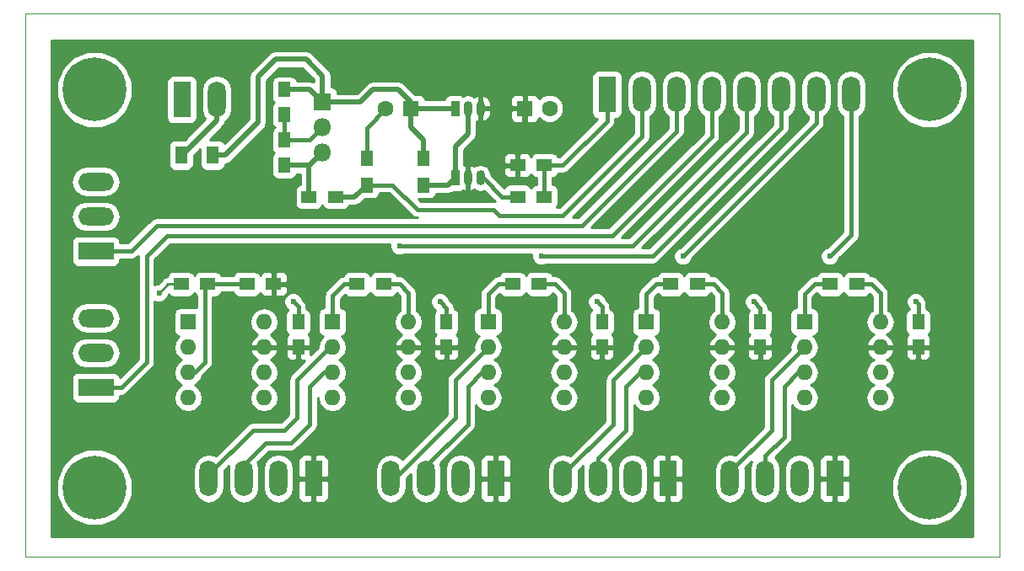
<source format=gtl>
G04 #@! TF.FileFunction,Copper,L1,Top,Signal*
%FSLAX46Y46*%
G04 Gerber Fmt 4.6, Leading zero omitted, Abs format (unit mm)*
G04 Created by KiCad (PCBNEW 4.0.7) date Tuesday, April 10, 2018 'PMt' 09:17:44 PM*
%MOMM*%
%LPD*%
G01*
G04 APERTURE LIST*
%ADD10C,0.100000*%
%ADD11R,1.250000X1.500000*%
%ADD12O,0.900000X1.500000*%
%ADD13R,0.900000X1.500000*%
%ADD14R,1.300000X1.500000*%
%ADD15R,1.500000X1.300000*%
%ADD16R,1.600000X1.600000*%
%ADD17O,1.600000X1.600000*%
%ADD18C,1.600000*%
%ADD19R,1.800000X1.800000*%
%ADD20O,1.800000X1.800000*%
%ADD21R,3.600000X1.800000*%
%ADD22O,3.600000X1.800000*%
%ADD23R,1.800000X3.600000*%
%ADD24O,1.800000X3.600000*%
%ADD25R,1.245000X1.800000*%
%ADD26C,6.400000*%
%ADD27C,0.600000*%
%ADD28C,0.508000*%
%ADD29C,0.381000*%
%ADD30C,0.254000*%
G04 APERTURE END LIST*
D10*
X115160000Y-128240000D02*
X115160000Y-73630000D01*
X212950000Y-128240000D02*
X115160000Y-128240000D01*
X212950000Y-73630000D02*
X212950000Y-128240000D01*
X115160000Y-73630000D02*
X212950000Y-73630000D01*
D11*
X204822000Y-104638000D03*
X204822000Y-107138000D03*
X188947000Y-104638000D03*
X188947000Y-107138000D03*
X173072000Y-104638000D03*
X173072000Y-107138000D03*
X157451000Y-104638000D03*
X157451000Y-107138000D03*
X141195000Y-81270000D03*
X141195000Y-83770000D03*
X141195000Y-88850000D03*
X141195000Y-86350000D03*
D12*
X159610000Y-83155000D03*
X160880000Y-83155000D03*
D13*
X158340000Y-83155000D03*
D14*
X155165000Y-88155000D03*
X155165000Y-90855000D03*
D15*
X198679000Y-100808000D03*
X195979000Y-100808000D03*
X182677000Y-100808000D03*
X179977000Y-100808000D03*
X166802000Y-100808000D03*
X164102000Y-100808000D03*
X151181000Y-100808000D03*
X148481000Y-100808000D03*
D16*
X193392000Y-104618000D03*
D17*
X201012000Y-112238000D03*
X193392000Y-107158000D03*
X201012000Y-109698000D03*
X193392000Y-109698000D03*
X201012000Y-107158000D03*
X193392000Y-112238000D03*
X201012000Y-104618000D03*
D16*
X177517000Y-104618000D03*
D17*
X185137000Y-112238000D03*
X177517000Y-107158000D03*
X185137000Y-109698000D03*
X177517000Y-109698000D03*
X185137000Y-107158000D03*
X177517000Y-112238000D03*
X185137000Y-104618000D03*
D16*
X161642000Y-104618000D03*
D17*
X169262000Y-112238000D03*
X161642000Y-107158000D03*
X169262000Y-109698000D03*
X161642000Y-109698000D03*
X169262000Y-107158000D03*
X161642000Y-112238000D03*
X169262000Y-104618000D03*
D16*
X146021000Y-104618000D03*
D17*
X153641000Y-112238000D03*
X146021000Y-107158000D03*
X153641000Y-109698000D03*
X146021000Y-109698000D03*
X153641000Y-107158000D03*
X146021000Y-112238000D03*
X153641000Y-104618000D03*
D12*
X159610000Y-90140000D03*
X160880000Y-90140000D03*
D13*
X158340000Y-90140000D03*
D16*
X165325000Y-83155000D03*
D18*
X167825000Y-83155000D03*
D16*
X153895000Y-83155000D03*
D18*
X151395000Y-83155000D03*
D15*
X164610000Y-88870000D03*
X167310000Y-88870000D03*
X167310000Y-92045000D03*
X164610000Y-92045000D03*
X143655000Y-92045000D03*
X146355000Y-92045000D03*
D14*
X149450000Y-90855000D03*
X149450000Y-88155000D03*
D19*
X145005000Y-82520000D03*
D20*
X145005000Y-85060000D03*
X145005000Y-87600000D03*
D21*
X122272000Y-111222000D03*
D22*
X122272000Y-107722000D03*
X122272000Y-104222000D03*
D21*
X122272000Y-97506000D03*
D22*
X122272000Y-94006000D03*
X122272000Y-90506000D03*
D23*
X173580000Y-81758000D03*
D24*
X177080000Y-81758000D03*
X180580000Y-81758000D03*
X184080000Y-81758000D03*
X187580000Y-81758000D03*
X191080000Y-81758000D03*
X194580000Y-81758000D03*
X198080000Y-81758000D03*
D23*
X196440000Y-120366000D03*
D24*
X192940000Y-120366000D03*
X189440000Y-120366000D03*
X185940000Y-120366000D03*
D23*
X179676000Y-120366000D03*
D24*
X176176000Y-120366000D03*
X172676000Y-120366000D03*
X169176000Y-120366000D03*
D23*
X162404000Y-120366000D03*
D24*
X158904000Y-120366000D03*
X155404000Y-120366000D03*
X151904000Y-120366000D03*
D23*
X144116000Y-120366000D03*
D24*
X140616000Y-120366000D03*
X137116000Y-120366000D03*
X133616000Y-120366000D03*
D23*
X130908000Y-82266000D03*
D24*
X134408000Y-82266000D03*
D15*
X140132000Y-100808000D03*
X137432000Y-100808000D03*
X133528000Y-100808000D03*
X130828000Y-100808000D03*
D16*
X131543000Y-104618000D03*
D17*
X139163000Y-112238000D03*
X131543000Y-107158000D03*
X139163000Y-109698000D03*
X131543000Y-109698000D03*
X139163000Y-107158000D03*
X131543000Y-112238000D03*
X139163000Y-104618000D03*
D11*
X142592000Y-107138000D03*
X142592000Y-104638000D03*
D25*
X134024500Y-87854000D03*
X130839500Y-87854000D03*
D26*
X122145000Y-121255000D03*
X122145000Y-81250000D03*
X205965000Y-81250000D03*
X205965000Y-121255000D03*
D27*
X128622000Y-101697000D03*
X142084000Y-102586000D03*
X156816000Y-102586000D03*
X172564000Y-102586000D03*
X188312000Y-102586000D03*
X204568000Y-102586000D03*
X152752000Y-96998000D03*
X166976000Y-98014000D03*
X181200000Y-98014000D03*
X195932000Y-98014000D03*
D28*
X160880000Y-83155000D02*
X165325000Y-83155000D01*
X164610000Y-88870000D02*
X164610000Y-86410000D01*
X165325000Y-85695000D02*
X165325000Y-83155000D01*
X164610000Y-86410000D02*
X165325000Y-85695000D01*
D29*
X139163000Y-107158000D02*
X142572000Y-107158000D01*
X142572000Y-107158000D02*
X142592000Y-107138000D01*
X153641000Y-107158000D02*
X157431000Y-107158000D01*
X157431000Y-107158000D02*
X157451000Y-107138000D01*
X169262000Y-107158000D02*
X173052000Y-107158000D01*
X173052000Y-107158000D02*
X173072000Y-107138000D01*
X185137000Y-107158000D02*
X188927000Y-107158000D01*
X188927000Y-107158000D02*
X188947000Y-107138000D01*
X201012000Y-107158000D02*
X204802000Y-107158000D01*
X204802000Y-107158000D02*
X204822000Y-107138000D01*
D30*
X130828000Y-100808000D02*
X129511000Y-100808000D01*
X129511000Y-100808000D02*
X128622000Y-101697000D01*
D29*
X141195000Y-86350000D02*
X143715000Y-86350000D01*
X143715000Y-86350000D02*
X145005000Y-85060000D01*
X141195000Y-83770000D02*
X141195000Y-86350000D01*
X142592000Y-103094000D02*
X142084000Y-102586000D01*
X142592000Y-104638000D02*
X142592000Y-103094000D01*
X157451000Y-103221000D02*
X156816000Y-102586000D01*
X157451000Y-104638000D02*
X157451000Y-103221000D01*
X173072000Y-104638000D02*
X173072000Y-103094000D01*
X173072000Y-103094000D02*
X172564000Y-102586000D01*
X188947000Y-104638000D02*
X188947000Y-103221000D01*
X188947000Y-103221000D02*
X188312000Y-102586000D01*
X204822000Y-104638000D02*
X204822000Y-102840000D01*
X204822000Y-102840000D02*
X204568000Y-102586000D01*
X160880000Y-90140000D02*
X161134000Y-90140000D01*
X161134000Y-90140000D02*
X163039000Y-92045000D01*
X163039000Y-92045000D02*
X164610000Y-92045000D01*
X149450000Y-88155000D02*
X149450000Y-85100000D01*
X149450000Y-85100000D02*
X151395000Y-83155000D01*
D28*
X134024500Y-87854000D02*
X135226000Y-87854000D01*
X145005000Y-79853000D02*
X145005000Y-82520000D01*
X143354000Y-78202000D02*
X145005000Y-79853000D01*
X140306000Y-78202000D02*
X143354000Y-78202000D01*
X138528000Y-79980000D02*
X140306000Y-78202000D01*
X138528000Y-84552000D02*
X138528000Y-79980000D01*
X135226000Y-87854000D02*
X138528000Y-84552000D01*
X141195000Y-81270000D02*
X143755000Y-81270000D01*
X143755000Y-81270000D02*
X145005000Y-82520000D01*
X145005000Y-82520000D02*
X148815000Y-82520000D01*
X152625000Y-81250000D02*
X153895000Y-82520000D01*
X150085000Y-81250000D02*
X152625000Y-81250000D01*
X148815000Y-82520000D02*
X150085000Y-81250000D01*
X153895000Y-82520000D02*
X153895000Y-83155000D01*
X155165000Y-88155000D02*
X155165000Y-86330000D01*
X153895000Y-85060000D02*
X153895000Y-83155000D01*
X155165000Y-86330000D02*
X153895000Y-85060000D01*
X153895000Y-83155000D02*
X158340000Y-83155000D01*
X143655000Y-92045000D02*
X143655000Y-88850000D01*
X143655000Y-88850000D02*
X143715000Y-88850000D01*
X141195000Y-88850000D02*
X143715000Y-88850000D01*
X143715000Y-88850000D02*
X144965000Y-87600000D01*
X144965000Y-87600000D02*
X145005000Y-87600000D01*
D29*
X201012000Y-104618000D02*
X201012000Y-101697000D01*
X200123000Y-100808000D02*
X198679000Y-100808000D01*
X201012000Y-101697000D02*
X200123000Y-100808000D01*
X193392000Y-104618000D02*
X193392000Y-101824000D01*
X194408000Y-100808000D02*
X195979000Y-100808000D01*
X193392000Y-101824000D02*
X194408000Y-100808000D01*
X185137000Y-104618000D02*
X185137000Y-101697000D01*
X184248000Y-100808000D02*
X182677000Y-100808000D01*
X185137000Y-101697000D02*
X184248000Y-100808000D01*
X177517000Y-104618000D02*
X177517000Y-101824000D01*
X178533000Y-100808000D02*
X179977000Y-100808000D01*
X177517000Y-101824000D02*
X178533000Y-100808000D01*
X169262000Y-104618000D02*
X169262000Y-101697000D01*
X168373000Y-100808000D02*
X166802000Y-100808000D01*
X169262000Y-101697000D02*
X168373000Y-100808000D01*
X161642000Y-104618000D02*
X161642000Y-101824000D01*
X162658000Y-100808000D02*
X164102000Y-100808000D01*
X161642000Y-101824000D02*
X162658000Y-100808000D01*
X153641000Y-104618000D02*
X153641000Y-101697000D01*
X152752000Y-100808000D02*
X151181000Y-100808000D01*
X153641000Y-101697000D02*
X152752000Y-100808000D01*
X146021000Y-104618000D02*
X146021000Y-101951000D01*
X147164000Y-100808000D02*
X148481000Y-100808000D01*
X146021000Y-101951000D02*
X147164000Y-100808000D01*
D28*
X158340000Y-90140000D02*
X158340000Y-86965000D01*
X159610000Y-85695000D02*
X159610000Y-83155000D01*
X158340000Y-86965000D02*
X159610000Y-85695000D01*
X155165000Y-90855000D02*
X157625000Y-90855000D01*
X157625000Y-90855000D02*
X158340000Y-90140000D01*
D29*
X191360000Y-111730000D02*
X191360000Y-111095000D01*
X189440000Y-118095000D02*
X191360000Y-116175000D01*
X191360000Y-116175000D02*
X191360000Y-111730000D01*
X189440000Y-120366000D02*
X189440000Y-118095000D01*
X191360000Y-111095000D02*
X192757000Y-109698000D01*
X192757000Y-109698000D02*
X193392000Y-109698000D01*
X185940000Y-120366000D02*
X185940000Y-119690000D01*
X185940000Y-119690000D02*
X190090000Y-115540000D01*
X190090000Y-115540000D02*
X190090000Y-110460000D01*
X190090000Y-110460000D02*
X193392000Y-107158000D01*
X175485000Y-111730000D02*
X175485000Y-111095000D01*
X172676000Y-118349000D02*
X175485000Y-115540000D01*
X175485000Y-115540000D02*
X175485000Y-111730000D01*
X172676000Y-120366000D02*
X172676000Y-118349000D01*
X175485000Y-111095000D02*
X176882000Y-109698000D01*
X176882000Y-109698000D02*
X177517000Y-109698000D01*
X169176000Y-120366000D02*
X169176000Y-119944000D01*
X169176000Y-119944000D02*
X174215000Y-114905000D01*
X174215000Y-114905000D02*
X174215000Y-110460000D01*
X174215000Y-110460000D02*
X177517000Y-107158000D01*
X159610000Y-111730000D02*
X159610000Y-111095000D01*
X159610000Y-114905000D02*
X159610000Y-111730000D01*
X155404000Y-119111000D02*
X159610000Y-114905000D01*
X159610000Y-111095000D02*
X161007000Y-109698000D01*
X161007000Y-109698000D02*
X161642000Y-109698000D01*
X155404000Y-120366000D02*
X155404000Y-119111000D01*
X161642000Y-109698000D02*
X161007000Y-109698000D01*
X151904000Y-120366000D02*
X152244000Y-120366000D01*
X152244000Y-120366000D02*
X158340000Y-114270000D01*
X158340000Y-114270000D02*
X158340000Y-110460000D01*
X158340000Y-110460000D02*
X161642000Y-107158000D01*
X137116000Y-120366000D02*
X137116000Y-118984000D01*
X137116000Y-118984000D02*
X139290000Y-116810000D01*
X139290000Y-116810000D02*
X141830000Y-116810000D01*
X141830000Y-116810000D02*
X143735000Y-114905000D01*
X143735000Y-114905000D02*
X143735000Y-111095000D01*
X143735000Y-111095000D02*
X145132000Y-109698000D01*
X145132000Y-109698000D02*
X146021000Y-109698000D01*
X133616000Y-120366000D02*
X133616000Y-119944000D01*
X133616000Y-119944000D02*
X138020000Y-115540000D01*
X138020000Y-115540000D02*
X141195000Y-115540000D01*
X141195000Y-115540000D02*
X142465000Y-114270000D01*
X142465000Y-114270000D02*
X142465000Y-110460000D01*
X142465000Y-110460000D02*
X145767000Y-107158000D01*
X145767000Y-107158000D02*
X146021000Y-107158000D01*
X167310000Y-88870000D02*
X169135000Y-88870000D01*
X173580000Y-84425000D02*
X173580000Y-81758000D01*
X169135000Y-88870000D02*
X173580000Y-84425000D01*
X167310000Y-88870000D02*
X167310000Y-92045000D01*
X149450000Y-90855000D02*
X152070000Y-90855000D01*
X177080000Y-86005000D02*
X177080000Y-81758000D01*
X169135000Y-93950000D02*
X177080000Y-86005000D01*
X162785000Y-93950000D02*
X169135000Y-93950000D01*
X162150000Y-93315000D02*
X162785000Y-93950000D01*
X154530000Y-93315000D02*
X162150000Y-93315000D01*
X152070000Y-90855000D02*
X154530000Y-93315000D01*
D28*
X146355000Y-92045000D02*
X148260000Y-92045000D01*
X148260000Y-92045000D02*
X149450000Y-90855000D01*
D29*
X122272000Y-111222000D02*
X124812000Y-111222000D01*
X184080000Y-85990000D02*
X184080000Y-81758000D01*
X174088000Y-95982000D02*
X184080000Y-85990000D01*
X129384000Y-95982000D02*
X174088000Y-95982000D01*
X127352000Y-98014000D02*
X129384000Y-95982000D01*
X127352000Y-108682000D02*
X127352000Y-98014000D01*
X124812000Y-111222000D02*
X127352000Y-108682000D01*
X122272000Y-97506000D02*
X125828000Y-97506000D01*
X180580000Y-85426000D02*
X180580000Y-81758000D01*
X171040000Y-94966000D02*
X180580000Y-85426000D01*
X128368000Y-94966000D02*
X171040000Y-94966000D01*
X125828000Y-97506000D02*
X128368000Y-94966000D01*
X187580000Y-85538000D02*
X187580000Y-81758000D01*
X176120000Y-96998000D02*
X187580000Y-85538000D01*
X175612000Y-96998000D02*
X176120000Y-96998000D01*
X174596000Y-96998000D02*
X175612000Y-96998000D01*
X152752000Y-96998000D02*
X174596000Y-96998000D01*
X191080000Y-85086000D02*
X191080000Y-81758000D01*
X178152000Y-98014000D02*
X191080000Y-85086000D01*
X177644000Y-98014000D02*
X178152000Y-98014000D01*
X176120000Y-98014000D02*
X177644000Y-98014000D01*
X166976000Y-98014000D02*
X176120000Y-98014000D01*
X194580000Y-84634000D02*
X194580000Y-81758000D01*
X181200000Y-98014000D02*
X194580000Y-84634000D01*
X198080000Y-95866000D02*
X198080000Y-81758000D01*
X195932000Y-98014000D02*
X198080000Y-95866000D01*
X131543000Y-109698000D02*
X132178000Y-109698000D01*
X132178000Y-109698000D02*
X133194000Y-108682000D01*
X133194000Y-108682000D02*
X133194000Y-101142000D01*
X133194000Y-101142000D02*
X133528000Y-100808000D01*
X133528000Y-100808000D02*
X137432000Y-100808000D01*
D28*
X130839500Y-87854000D02*
X130908000Y-87854000D01*
X130908000Y-87854000D02*
X134408000Y-84354000D01*
X134408000Y-84354000D02*
X134408000Y-82266000D01*
D30*
G36*
X210283000Y-126208000D02*
X117827000Y-126208000D01*
X117827000Y-122014482D01*
X118309336Y-122014482D01*
X118891950Y-123424515D01*
X119969811Y-124504259D01*
X121378825Y-125089333D01*
X122904482Y-125090664D01*
X124314515Y-124508050D01*
X125394259Y-123430189D01*
X125979333Y-122021175D01*
X125980664Y-120495518D01*
X125535565Y-119418296D01*
X132081000Y-119418296D01*
X132081000Y-121313704D01*
X132197845Y-121901123D01*
X132530591Y-122399113D01*
X133028581Y-122731859D01*
X133616000Y-122848704D01*
X134203419Y-122731859D01*
X134701409Y-122399113D01*
X135034155Y-121901123D01*
X135151000Y-121313704D01*
X135151000Y-119576434D01*
X135648504Y-119078929D01*
X135581000Y-119418296D01*
X135581000Y-121313704D01*
X135697845Y-121901123D01*
X136030591Y-122399113D01*
X136528581Y-122731859D01*
X137116000Y-122848704D01*
X137703419Y-122731859D01*
X138201409Y-122399113D01*
X138534155Y-121901123D01*
X138651000Y-121313704D01*
X138651000Y-119418296D01*
X139081000Y-119418296D01*
X139081000Y-121313704D01*
X139197845Y-121901123D01*
X139530591Y-122399113D01*
X140028581Y-122731859D01*
X140616000Y-122848704D01*
X141203419Y-122731859D01*
X141701409Y-122399113D01*
X142034155Y-121901123D01*
X142151000Y-121313704D01*
X142151000Y-120651750D01*
X142581000Y-120651750D01*
X142581000Y-122292310D01*
X142677673Y-122525699D01*
X142856302Y-122704327D01*
X143089691Y-122801000D01*
X143830250Y-122801000D01*
X143989000Y-122642250D01*
X143989000Y-120493000D01*
X144243000Y-120493000D01*
X144243000Y-122642250D01*
X144401750Y-122801000D01*
X145142309Y-122801000D01*
X145375698Y-122704327D01*
X145554327Y-122525699D01*
X145651000Y-122292310D01*
X145651000Y-120651750D01*
X145492250Y-120493000D01*
X144243000Y-120493000D01*
X143989000Y-120493000D01*
X142739750Y-120493000D01*
X142581000Y-120651750D01*
X142151000Y-120651750D01*
X142151000Y-119418296D01*
X142034155Y-118830877D01*
X141772773Y-118439690D01*
X142581000Y-118439690D01*
X142581000Y-120080250D01*
X142739750Y-120239000D01*
X143989000Y-120239000D01*
X143989000Y-118089750D01*
X144243000Y-118089750D01*
X144243000Y-120239000D01*
X145492250Y-120239000D01*
X145651000Y-120080250D01*
X145651000Y-119418296D01*
X150369000Y-119418296D01*
X150369000Y-121313704D01*
X150485845Y-121901123D01*
X150818591Y-122399113D01*
X151316581Y-122731859D01*
X151904000Y-122848704D01*
X152491419Y-122731859D01*
X152989409Y-122399113D01*
X153322155Y-121901123D01*
X153439000Y-121313704D01*
X153439000Y-120338434D01*
X153869000Y-119908434D01*
X153869000Y-121313704D01*
X153985845Y-121901123D01*
X154318591Y-122399113D01*
X154816581Y-122731859D01*
X155404000Y-122848704D01*
X155991419Y-122731859D01*
X156489409Y-122399113D01*
X156822155Y-121901123D01*
X156939000Y-121313704D01*
X156939000Y-119418296D01*
X157369000Y-119418296D01*
X157369000Y-121313704D01*
X157485845Y-121901123D01*
X157818591Y-122399113D01*
X158316581Y-122731859D01*
X158904000Y-122848704D01*
X159491419Y-122731859D01*
X159989409Y-122399113D01*
X160322155Y-121901123D01*
X160439000Y-121313704D01*
X160439000Y-120651750D01*
X160869000Y-120651750D01*
X160869000Y-122292310D01*
X160965673Y-122525699D01*
X161144302Y-122704327D01*
X161377691Y-122801000D01*
X162118250Y-122801000D01*
X162277000Y-122642250D01*
X162277000Y-120493000D01*
X162531000Y-120493000D01*
X162531000Y-122642250D01*
X162689750Y-122801000D01*
X163430309Y-122801000D01*
X163663698Y-122704327D01*
X163842327Y-122525699D01*
X163939000Y-122292310D01*
X163939000Y-120651750D01*
X163780250Y-120493000D01*
X162531000Y-120493000D01*
X162277000Y-120493000D01*
X161027750Y-120493000D01*
X160869000Y-120651750D01*
X160439000Y-120651750D01*
X160439000Y-119418296D01*
X160322155Y-118830877D01*
X160060773Y-118439690D01*
X160869000Y-118439690D01*
X160869000Y-120080250D01*
X161027750Y-120239000D01*
X162277000Y-120239000D01*
X162277000Y-118089750D01*
X162531000Y-118089750D01*
X162531000Y-120239000D01*
X163780250Y-120239000D01*
X163939000Y-120080250D01*
X163939000Y-119418296D01*
X167641000Y-119418296D01*
X167641000Y-121313704D01*
X167757845Y-121901123D01*
X168090591Y-122399113D01*
X168588581Y-122731859D01*
X169176000Y-122848704D01*
X169763419Y-122731859D01*
X170261409Y-122399113D01*
X170594155Y-121901123D01*
X170711000Y-121313704D01*
X170711000Y-119576434D01*
X171208504Y-119078930D01*
X171141000Y-119418296D01*
X171141000Y-121313704D01*
X171257845Y-121901123D01*
X171590591Y-122399113D01*
X172088581Y-122731859D01*
X172676000Y-122848704D01*
X173263419Y-122731859D01*
X173761409Y-122399113D01*
X174094155Y-121901123D01*
X174211000Y-121313704D01*
X174211000Y-119418296D01*
X174641000Y-119418296D01*
X174641000Y-121313704D01*
X174757845Y-121901123D01*
X175090591Y-122399113D01*
X175588581Y-122731859D01*
X176176000Y-122848704D01*
X176763419Y-122731859D01*
X177261409Y-122399113D01*
X177594155Y-121901123D01*
X177711000Y-121313704D01*
X177711000Y-120651750D01*
X178141000Y-120651750D01*
X178141000Y-122292310D01*
X178237673Y-122525699D01*
X178416302Y-122704327D01*
X178649691Y-122801000D01*
X179390250Y-122801000D01*
X179549000Y-122642250D01*
X179549000Y-120493000D01*
X179803000Y-120493000D01*
X179803000Y-122642250D01*
X179961750Y-122801000D01*
X180702309Y-122801000D01*
X180935698Y-122704327D01*
X181114327Y-122525699D01*
X181211000Y-122292310D01*
X181211000Y-120651750D01*
X181052250Y-120493000D01*
X179803000Y-120493000D01*
X179549000Y-120493000D01*
X178299750Y-120493000D01*
X178141000Y-120651750D01*
X177711000Y-120651750D01*
X177711000Y-119418296D01*
X177594155Y-118830877D01*
X177332773Y-118439690D01*
X178141000Y-118439690D01*
X178141000Y-120080250D01*
X178299750Y-120239000D01*
X179549000Y-120239000D01*
X179549000Y-118089750D01*
X179803000Y-118089750D01*
X179803000Y-120239000D01*
X181052250Y-120239000D01*
X181211000Y-120080250D01*
X181211000Y-119418296D01*
X184405000Y-119418296D01*
X184405000Y-121313704D01*
X184521845Y-121901123D01*
X184854591Y-122399113D01*
X185352581Y-122731859D01*
X185940000Y-122848704D01*
X186527419Y-122731859D01*
X187025409Y-122399113D01*
X187358155Y-121901123D01*
X187475000Y-121313704D01*
X187475000Y-119418296D01*
X187459095Y-119338338D01*
X188133177Y-118664256D01*
X188021845Y-118830877D01*
X187905000Y-119418296D01*
X187905000Y-121313704D01*
X188021845Y-121901123D01*
X188354591Y-122399113D01*
X188852581Y-122731859D01*
X189440000Y-122848704D01*
X190027419Y-122731859D01*
X190525409Y-122399113D01*
X190858155Y-121901123D01*
X190975000Y-121313704D01*
X190975000Y-119418296D01*
X191405000Y-119418296D01*
X191405000Y-121313704D01*
X191521845Y-121901123D01*
X191854591Y-122399113D01*
X192352581Y-122731859D01*
X192940000Y-122848704D01*
X193527419Y-122731859D01*
X194025409Y-122399113D01*
X194358155Y-121901123D01*
X194475000Y-121313704D01*
X194475000Y-120651750D01*
X194905000Y-120651750D01*
X194905000Y-122292310D01*
X195001673Y-122525699D01*
X195180302Y-122704327D01*
X195413691Y-122801000D01*
X196154250Y-122801000D01*
X196313000Y-122642250D01*
X196313000Y-120493000D01*
X196567000Y-120493000D01*
X196567000Y-122642250D01*
X196725750Y-122801000D01*
X197466309Y-122801000D01*
X197699698Y-122704327D01*
X197878327Y-122525699D01*
X197975000Y-122292310D01*
X197975000Y-122014482D01*
X202129336Y-122014482D01*
X202711950Y-123424515D01*
X203789811Y-124504259D01*
X205198825Y-125089333D01*
X206724482Y-125090664D01*
X208134515Y-124508050D01*
X209214259Y-123430189D01*
X209799333Y-122021175D01*
X209800664Y-120495518D01*
X209218050Y-119085485D01*
X208140189Y-118005741D01*
X206731175Y-117420667D01*
X205205518Y-117419336D01*
X203795485Y-118001950D01*
X202715741Y-119079811D01*
X202130667Y-120488825D01*
X202129336Y-122014482D01*
X197975000Y-122014482D01*
X197975000Y-120651750D01*
X197816250Y-120493000D01*
X196567000Y-120493000D01*
X196313000Y-120493000D01*
X195063750Y-120493000D01*
X194905000Y-120651750D01*
X194475000Y-120651750D01*
X194475000Y-119418296D01*
X194358155Y-118830877D01*
X194096773Y-118439690D01*
X194905000Y-118439690D01*
X194905000Y-120080250D01*
X195063750Y-120239000D01*
X196313000Y-120239000D01*
X196313000Y-118089750D01*
X196567000Y-118089750D01*
X196567000Y-120239000D01*
X197816250Y-120239000D01*
X197975000Y-120080250D01*
X197975000Y-118439690D01*
X197878327Y-118206301D01*
X197699698Y-118027673D01*
X197466309Y-117931000D01*
X196725750Y-117931000D01*
X196567000Y-118089750D01*
X196313000Y-118089750D01*
X196154250Y-117931000D01*
X195413691Y-117931000D01*
X195180302Y-118027673D01*
X195001673Y-118206301D01*
X194905000Y-118439690D01*
X194096773Y-118439690D01*
X194025409Y-118332887D01*
X193527419Y-118000141D01*
X192940000Y-117883296D01*
X192352581Y-118000141D01*
X191854591Y-118332887D01*
X191521845Y-118830877D01*
X191405000Y-119418296D01*
X190975000Y-119418296D01*
X190858155Y-118830877D01*
X190525409Y-118332887D01*
X190431977Y-118270457D01*
X191943717Y-116758717D01*
X192122663Y-116490906D01*
X192185500Y-116175000D01*
X192185500Y-113007720D01*
X192349189Y-113252698D01*
X192814736Y-113563767D01*
X193363887Y-113673000D01*
X193420113Y-113673000D01*
X193969264Y-113563767D01*
X194434811Y-113252698D01*
X194745880Y-112787151D01*
X194855113Y-112238000D01*
X194745880Y-111688849D01*
X194434811Y-111223302D01*
X194052725Y-110968000D01*
X194434811Y-110712698D01*
X194745880Y-110247151D01*
X194855113Y-109698000D01*
X199548887Y-109698000D01*
X199658120Y-110247151D01*
X199969189Y-110712698D01*
X200351275Y-110968000D01*
X199969189Y-111223302D01*
X199658120Y-111688849D01*
X199548887Y-112238000D01*
X199658120Y-112787151D01*
X199969189Y-113252698D01*
X200434736Y-113563767D01*
X200983887Y-113673000D01*
X201040113Y-113673000D01*
X201589264Y-113563767D01*
X202054811Y-113252698D01*
X202365880Y-112787151D01*
X202475113Y-112238000D01*
X202365880Y-111688849D01*
X202054811Y-111223302D01*
X201672725Y-110968000D01*
X202054811Y-110712698D01*
X202365880Y-110247151D01*
X202475113Y-109698000D01*
X202365880Y-109148849D01*
X202054811Y-108683302D01*
X201650297Y-108413014D01*
X201867134Y-108310389D01*
X202243041Y-107895423D01*
X202403904Y-107507039D01*
X202358145Y-107423750D01*
X203562000Y-107423750D01*
X203562000Y-108014309D01*
X203658673Y-108247698D01*
X203837301Y-108426327D01*
X204070690Y-108523000D01*
X204536250Y-108523000D01*
X204695000Y-108364250D01*
X204695000Y-107265000D01*
X204949000Y-107265000D01*
X204949000Y-108364250D01*
X205107750Y-108523000D01*
X205573310Y-108523000D01*
X205806699Y-108426327D01*
X205985327Y-108247698D01*
X206082000Y-108014309D01*
X206082000Y-107423750D01*
X205923250Y-107265000D01*
X204949000Y-107265000D01*
X204695000Y-107265000D01*
X203720750Y-107265000D01*
X203562000Y-107423750D01*
X202358145Y-107423750D01*
X202281915Y-107285000D01*
X201139000Y-107285000D01*
X201139000Y-107305000D01*
X200885000Y-107305000D01*
X200885000Y-107285000D01*
X199742085Y-107285000D01*
X199620096Y-107507039D01*
X199780959Y-107895423D01*
X200156866Y-108310389D01*
X200373703Y-108413014D01*
X199969189Y-108683302D01*
X199658120Y-109148849D01*
X199548887Y-109698000D01*
X194855113Y-109698000D01*
X194745880Y-109148849D01*
X194434811Y-108683302D01*
X194052725Y-108428000D01*
X194434811Y-108172698D01*
X194745880Y-107707151D01*
X194855113Y-107158000D01*
X194745880Y-106608849D01*
X194434811Y-106143302D01*
X194290535Y-106046899D01*
X194427317Y-106021162D01*
X194643441Y-105882090D01*
X194788431Y-105669890D01*
X194839440Y-105418000D01*
X194839440Y-103818000D01*
X194795162Y-103582683D01*
X194656090Y-103366559D01*
X194443890Y-103221569D01*
X194217500Y-103175724D01*
X194217500Y-102165934D01*
X194651006Y-101732428D01*
X194764910Y-101909441D01*
X194977110Y-102054431D01*
X195229000Y-102105440D01*
X196729000Y-102105440D01*
X196964317Y-102061162D01*
X197180441Y-101922090D01*
X197325431Y-101709890D01*
X197328081Y-101696803D01*
X197464910Y-101909441D01*
X197677110Y-102054431D01*
X197929000Y-102105440D01*
X199429000Y-102105440D01*
X199664317Y-102061162D01*
X199880441Y-101922090D01*
X199957247Y-101809681D01*
X200186500Y-102038934D01*
X200186500Y-103458099D01*
X199969189Y-103603302D01*
X199658120Y-104068849D01*
X199548887Y-104618000D01*
X199658120Y-105167151D01*
X199969189Y-105632698D01*
X200373703Y-105902986D01*
X200156866Y-106005611D01*
X199780959Y-106420577D01*
X199620096Y-106808961D01*
X199742085Y-107031000D01*
X200885000Y-107031000D01*
X200885000Y-107011000D01*
X201139000Y-107011000D01*
X201139000Y-107031000D01*
X202281915Y-107031000D01*
X202403904Y-106808961D01*
X202243041Y-106420577D01*
X201867134Y-106005611D01*
X201650297Y-105902986D01*
X202054811Y-105632698D01*
X202365880Y-105167151D01*
X202475113Y-104618000D01*
X202365880Y-104068849D01*
X202245041Y-103888000D01*
X203549560Y-103888000D01*
X203549560Y-105388000D01*
X203593838Y-105623317D01*
X203732910Y-105839441D01*
X203801006Y-105885969D01*
X203658673Y-106028302D01*
X203562000Y-106261691D01*
X203562000Y-106852250D01*
X203720750Y-107011000D01*
X204695000Y-107011000D01*
X204695000Y-106991000D01*
X204949000Y-106991000D01*
X204949000Y-107011000D01*
X205923250Y-107011000D01*
X206082000Y-106852250D01*
X206082000Y-106261691D01*
X205985327Y-106028302D01*
X205844090Y-105887064D01*
X205898441Y-105852090D01*
X206043431Y-105639890D01*
X206094440Y-105388000D01*
X206094440Y-103888000D01*
X206050162Y-103652683D01*
X205911090Y-103436559D01*
X205698890Y-103291569D01*
X205647500Y-103281162D01*
X205647500Y-102840000D01*
X205617067Y-102687000D01*
X205584663Y-102524094D01*
X205503161Y-102402118D01*
X205503162Y-102400833D01*
X205361117Y-102057057D01*
X205098327Y-101793808D01*
X204754799Y-101651162D01*
X204382833Y-101650838D01*
X204039057Y-101792883D01*
X203775808Y-102055673D01*
X203633162Y-102399201D01*
X203632838Y-102771167D01*
X203774883Y-103114943D01*
X203951210Y-103291578D01*
X203745559Y-103423910D01*
X203600569Y-103636110D01*
X203549560Y-103888000D01*
X202245041Y-103888000D01*
X202054811Y-103603302D01*
X201837500Y-103458099D01*
X201837500Y-101697005D01*
X201837501Y-101697000D01*
X201774663Y-101381094D01*
X201595717Y-101113283D01*
X200706717Y-100224283D01*
X200438906Y-100045337D01*
X200123000Y-99982500D01*
X200043417Y-99982500D01*
X200032162Y-99922683D01*
X199893090Y-99706559D01*
X199680890Y-99561569D01*
X199429000Y-99510560D01*
X197929000Y-99510560D01*
X197693683Y-99554838D01*
X197477559Y-99693910D01*
X197332569Y-99906110D01*
X197329919Y-99919197D01*
X197193090Y-99706559D01*
X196980890Y-99561569D01*
X196729000Y-99510560D01*
X195229000Y-99510560D01*
X194993683Y-99554838D01*
X194777559Y-99693910D01*
X194632569Y-99906110D01*
X194617100Y-99982500D01*
X194408005Y-99982500D01*
X194408000Y-99982499D01*
X194092094Y-100045337D01*
X193824283Y-100224283D01*
X192808283Y-101240283D01*
X192629337Y-101508094D01*
X192572506Y-101793808D01*
X192566500Y-101824000D01*
X192566500Y-103175358D01*
X192356683Y-103214838D01*
X192140559Y-103353910D01*
X191995569Y-103566110D01*
X191944560Y-103818000D01*
X191944560Y-105418000D01*
X191988838Y-105653317D01*
X192127910Y-105869441D01*
X192340110Y-106014431D01*
X192495089Y-106045815D01*
X192349189Y-106143302D01*
X192038120Y-106608849D01*
X191928887Y-107158000D01*
X191977943Y-107404623D01*
X189506283Y-109876283D01*
X189327337Y-110144094D01*
X189299962Y-110281717D01*
X189264500Y-110460000D01*
X189264500Y-115198067D01*
X186473208Y-117989358D01*
X185940000Y-117883296D01*
X185352581Y-118000141D01*
X184854591Y-118332887D01*
X184521845Y-118830877D01*
X184405000Y-119418296D01*
X181211000Y-119418296D01*
X181211000Y-118439690D01*
X181114327Y-118206301D01*
X180935698Y-118027673D01*
X180702309Y-117931000D01*
X179961750Y-117931000D01*
X179803000Y-118089750D01*
X179549000Y-118089750D01*
X179390250Y-117931000D01*
X178649691Y-117931000D01*
X178416302Y-118027673D01*
X178237673Y-118206301D01*
X178141000Y-118439690D01*
X177332773Y-118439690D01*
X177261409Y-118332887D01*
X176763419Y-118000141D01*
X176176000Y-117883296D01*
X175588581Y-118000141D01*
X175090591Y-118332887D01*
X174757845Y-118830877D01*
X174641000Y-119418296D01*
X174211000Y-119418296D01*
X174094155Y-118830877D01*
X173800718Y-118391716D01*
X176068717Y-116123717D01*
X176247663Y-115855906D01*
X176310501Y-115540000D01*
X176310500Y-115539995D01*
X176310500Y-113007720D01*
X176474189Y-113252698D01*
X176939736Y-113563767D01*
X177488887Y-113673000D01*
X177545113Y-113673000D01*
X178094264Y-113563767D01*
X178559811Y-113252698D01*
X178870880Y-112787151D01*
X178980113Y-112238000D01*
X178870880Y-111688849D01*
X178559811Y-111223302D01*
X178177725Y-110968000D01*
X178559811Y-110712698D01*
X178870880Y-110247151D01*
X178980113Y-109698000D01*
X183673887Y-109698000D01*
X183783120Y-110247151D01*
X184094189Y-110712698D01*
X184476275Y-110968000D01*
X184094189Y-111223302D01*
X183783120Y-111688849D01*
X183673887Y-112238000D01*
X183783120Y-112787151D01*
X184094189Y-113252698D01*
X184559736Y-113563767D01*
X185108887Y-113673000D01*
X185165113Y-113673000D01*
X185714264Y-113563767D01*
X186179811Y-113252698D01*
X186490880Y-112787151D01*
X186600113Y-112238000D01*
X186490880Y-111688849D01*
X186179811Y-111223302D01*
X185797725Y-110968000D01*
X186179811Y-110712698D01*
X186490880Y-110247151D01*
X186600113Y-109698000D01*
X186490880Y-109148849D01*
X186179811Y-108683302D01*
X185775297Y-108413014D01*
X185992134Y-108310389D01*
X186368041Y-107895423D01*
X186528904Y-107507039D01*
X186483145Y-107423750D01*
X187687000Y-107423750D01*
X187687000Y-108014309D01*
X187783673Y-108247698D01*
X187962301Y-108426327D01*
X188195690Y-108523000D01*
X188661250Y-108523000D01*
X188820000Y-108364250D01*
X188820000Y-107265000D01*
X189074000Y-107265000D01*
X189074000Y-108364250D01*
X189232750Y-108523000D01*
X189698310Y-108523000D01*
X189931699Y-108426327D01*
X190110327Y-108247698D01*
X190207000Y-108014309D01*
X190207000Y-107423750D01*
X190048250Y-107265000D01*
X189074000Y-107265000D01*
X188820000Y-107265000D01*
X187845750Y-107265000D01*
X187687000Y-107423750D01*
X186483145Y-107423750D01*
X186406915Y-107285000D01*
X185264000Y-107285000D01*
X185264000Y-107305000D01*
X185010000Y-107305000D01*
X185010000Y-107285000D01*
X183867085Y-107285000D01*
X183745096Y-107507039D01*
X183905959Y-107895423D01*
X184281866Y-108310389D01*
X184498703Y-108413014D01*
X184094189Y-108683302D01*
X183783120Y-109148849D01*
X183673887Y-109698000D01*
X178980113Y-109698000D01*
X178870880Y-109148849D01*
X178559811Y-108683302D01*
X178177725Y-108428000D01*
X178559811Y-108172698D01*
X178870880Y-107707151D01*
X178980113Y-107158000D01*
X178870880Y-106608849D01*
X178559811Y-106143302D01*
X178415535Y-106046899D01*
X178552317Y-106021162D01*
X178768441Y-105882090D01*
X178913431Y-105669890D01*
X178964440Y-105418000D01*
X178964440Y-103818000D01*
X178920162Y-103582683D01*
X178781090Y-103366559D01*
X178568890Y-103221569D01*
X178342500Y-103175724D01*
X178342500Y-102165934D01*
X178698731Y-101809703D01*
X178762910Y-101909441D01*
X178975110Y-102054431D01*
X179227000Y-102105440D01*
X180727000Y-102105440D01*
X180962317Y-102061162D01*
X181178441Y-101922090D01*
X181323431Y-101709890D01*
X181326081Y-101696803D01*
X181462910Y-101909441D01*
X181675110Y-102054431D01*
X181927000Y-102105440D01*
X183427000Y-102105440D01*
X183662317Y-102061162D01*
X183878441Y-101922090D01*
X184006798Y-101734232D01*
X184311500Y-102038934D01*
X184311500Y-103458099D01*
X184094189Y-103603302D01*
X183783120Y-104068849D01*
X183673887Y-104618000D01*
X183783120Y-105167151D01*
X184094189Y-105632698D01*
X184498703Y-105902986D01*
X184281866Y-106005611D01*
X183905959Y-106420577D01*
X183745096Y-106808961D01*
X183867085Y-107031000D01*
X185010000Y-107031000D01*
X185010000Y-107011000D01*
X185264000Y-107011000D01*
X185264000Y-107031000D01*
X186406915Y-107031000D01*
X186528904Y-106808961D01*
X186368041Y-106420577D01*
X185992134Y-106005611D01*
X185775297Y-105902986D01*
X186179811Y-105632698D01*
X186490880Y-105167151D01*
X186600113Y-104618000D01*
X186490880Y-104068849D01*
X186179811Y-103603302D01*
X185962500Y-103458099D01*
X185962500Y-102771167D01*
X187376838Y-102771167D01*
X187518883Y-103114943D01*
X187781673Y-103378192D01*
X187878880Y-103418556D01*
X187870559Y-103423910D01*
X187725569Y-103636110D01*
X187674560Y-103888000D01*
X187674560Y-105388000D01*
X187718838Y-105623317D01*
X187857910Y-105839441D01*
X187926006Y-105885969D01*
X187783673Y-106028302D01*
X187687000Y-106261691D01*
X187687000Y-106852250D01*
X187845750Y-107011000D01*
X188820000Y-107011000D01*
X188820000Y-106991000D01*
X189074000Y-106991000D01*
X189074000Y-107011000D01*
X190048250Y-107011000D01*
X190207000Y-106852250D01*
X190207000Y-106261691D01*
X190110327Y-106028302D01*
X189969090Y-105887064D01*
X190023441Y-105852090D01*
X190168431Y-105639890D01*
X190219440Y-105388000D01*
X190219440Y-103888000D01*
X190175162Y-103652683D01*
X190036090Y-103436559D01*
X189823890Y-103291569D01*
X189772500Y-103281162D01*
X189772500Y-103221005D01*
X189772501Y-103221000D01*
X189709663Y-102905095D01*
X189624804Y-102778095D01*
X189530717Y-102637283D01*
X189530714Y-102637281D01*
X189213994Y-102320561D01*
X189105117Y-102057057D01*
X188842327Y-101793808D01*
X188498799Y-101651162D01*
X188126833Y-101650838D01*
X187783057Y-101792883D01*
X187519808Y-102055673D01*
X187377162Y-102399201D01*
X187376838Y-102771167D01*
X185962500Y-102771167D01*
X185962500Y-101697005D01*
X185962501Y-101697000D01*
X185899663Y-101381094D01*
X185720717Y-101113283D01*
X184831717Y-100224283D01*
X184563906Y-100045337D01*
X184248000Y-99982500D01*
X184041417Y-99982500D01*
X184030162Y-99922683D01*
X183891090Y-99706559D01*
X183678890Y-99561569D01*
X183427000Y-99510560D01*
X181927000Y-99510560D01*
X181691683Y-99554838D01*
X181475559Y-99693910D01*
X181330569Y-99906110D01*
X181327919Y-99919197D01*
X181191090Y-99706559D01*
X180978890Y-99561569D01*
X180727000Y-99510560D01*
X179227000Y-99510560D01*
X178991683Y-99554838D01*
X178775559Y-99693910D01*
X178630569Y-99906110D01*
X178615100Y-99982500D01*
X178533005Y-99982500D01*
X178533000Y-99982499D01*
X178217094Y-100045337D01*
X177949283Y-100224283D01*
X176933283Y-101240283D01*
X176754337Y-101508094D01*
X176697506Y-101793808D01*
X176691500Y-101824000D01*
X176691500Y-103175358D01*
X176481683Y-103214838D01*
X176265559Y-103353910D01*
X176120569Y-103566110D01*
X176069560Y-103818000D01*
X176069560Y-105418000D01*
X176113838Y-105653317D01*
X176252910Y-105869441D01*
X176465110Y-106014431D01*
X176620089Y-106045815D01*
X176474189Y-106143302D01*
X176163120Y-106608849D01*
X176053887Y-107158000D01*
X176102943Y-107404623D01*
X173631283Y-109876283D01*
X173452337Y-110144094D01*
X173424962Y-110281717D01*
X173389500Y-110460000D01*
X173389500Y-114563066D01*
X169876720Y-118075846D01*
X169763419Y-118000141D01*
X169176000Y-117883296D01*
X168588581Y-118000141D01*
X168090591Y-118332887D01*
X167757845Y-118830877D01*
X167641000Y-119418296D01*
X163939000Y-119418296D01*
X163939000Y-118439690D01*
X163842327Y-118206301D01*
X163663698Y-118027673D01*
X163430309Y-117931000D01*
X162689750Y-117931000D01*
X162531000Y-118089750D01*
X162277000Y-118089750D01*
X162118250Y-117931000D01*
X161377691Y-117931000D01*
X161144302Y-118027673D01*
X160965673Y-118206301D01*
X160869000Y-118439690D01*
X160060773Y-118439690D01*
X159989409Y-118332887D01*
X159491419Y-118000141D01*
X158904000Y-117883296D01*
X158316581Y-118000141D01*
X157818591Y-118332887D01*
X157485845Y-118830877D01*
X157369000Y-119418296D01*
X156939000Y-119418296D01*
X156827033Y-118855401D01*
X160193714Y-115488719D01*
X160193717Y-115488717D01*
X160370532Y-115224095D01*
X160372663Y-115220906D01*
X160435500Y-114905000D01*
X160435500Y-113007720D01*
X160599189Y-113252698D01*
X161064736Y-113563767D01*
X161613887Y-113673000D01*
X161670113Y-113673000D01*
X162219264Y-113563767D01*
X162684811Y-113252698D01*
X162995880Y-112787151D01*
X163105113Y-112238000D01*
X162995880Y-111688849D01*
X162684811Y-111223302D01*
X162302725Y-110968000D01*
X162684811Y-110712698D01*
X162995880Y-110247151D01*
X163105113Y-109698000D01*
X167798887Y-109698000D01*
X167908120Y-110247151D01*
X168219189Y-110712698D01*
X168601275Y-110968000D01*
X168219189Y-111223302D01*
X167908120Y-111688849D01*
X167798887Y-112238000D01*
X167908120Y-112787151D01*
X168219189Y-113252698D01*
X168684736Y-113563767D01*
X169233887Y-113673000D01*
X169290113Y-113673000D01*
X169839264Y-113563767D01*
X170304811Y-113252698D01*
X170615880Y-112787151D01*
X170725113Y-112238000D01*
X170615880Y-111688849D01*
X170304811Y-111223302D01*
X169922725Y-110968000D01*
X170304811Y-110712698D01*
X170615880Y-110247151D01*
X170725113Y-109698000D01*
X170615880Y-109148849D01*
X170304811Y-108683302D01*
X169900297Y-108413014D01*
X170117134Y-108310389D01*
X170493041Y-107895423D01*
X170653904Y-107507039D01*
X170608145Y-107423750D01*
X171812000Y-107423750D01*
X171812000Y-108014309D01*
X171908673Y-108247698D01*
X172087301Y-108426327D01*
X172320690Y-108523000D01*
X172786250Y-108523000D01*
X172945000Y-108364250D01*
X172945000Y-107265000D01*
X173199000Y-107265000D01*
X173199000Y-108364250D01*
X173357750Y-108523000D01*
X173823310Y-108523000D01*
X174056699Y-108426327D01*
X174235327Y-108247698D01*
X174332000Y-108014309D01*
X174332000Y-107423750D01*
X174173250Y-107265000D01*
X173199000Y-107265000D01*
X172945000Y-107265000D01*
X171970750Y-107265000D01*
X171812000Y-107423750D01*
X170608145Y-107423750D01*
X170531915Y-107285000D01*
X169389000Y-107285000D01*
X169389000Y-107305000D01*
X169135000Y-107305000D01*
X169135000Y-107285000D01*
X167992085Y-107285000D01*
X167870096Y-107507039D01*
X168030959Y-107895423D01*
X168406866Y-108310389D01*
X168623703Y-108413014D01*
X168219189Y-108683302D01*
X167908120Y-109148849D01*
X167798887Y-109698000D01*
X163105113Y-109698000D01*
X162995880Y-109148849D01*
X162684811Y-108683302D01*
X162302725Y-108428000D01*
X162684811Y-108172698D01*
X162995880Y-107707151D01*
X163105113Y-107158000D01*
X162995880Y-106608849D01*
X162684811Y-106143302D01*
X162540535Y-106046899D01*
X162677317Y-106021162D01*
X162893441Y-105882090D01*
X163038431Y-105669890D01*
X163089440Y-105418000D01*
X163089440Y-103818000D01*
X163045162Y-103582683D01*
X162906090Y-103366559D01*
X162693890Y-103221569D01*
X162467500Y-103175724D01*
X162467500Y-102165934D01*
X162823731Y-101809703D01*
X162887910Y-101909441D01*
X163100110Y-102054431D01*
X163352000Y-102105440D01*
X164852000Y-102105440D01*
X165087317Y-102061162D01*
X165303441Y-101922090D01*
X165448431Y-101709890D01*
X165451081Y-101696803D01*
X165587910Y-101909441D01*
X165800110Y-102054431D01*
X166052000Y-102105440D01*
X167552000Y-102105440D01*
X167787317Y-102061162D01*
X168003441Y-101922090D01*
X168131798Y-101734232D01*
X168436500Y-102038934D01*
X168436500Y-103458099D01*
X168219189Y-103603302D01*
X167908120Y-104068849D01*
X167798887Y-104618000D01*
X167908120Y-105167151D01*
X168219189Y-105632698D01*
X168623703Y-105902986D01*
X168406866Y-106005611D01*
X168030959Y-106420577D01*
X167870096Y-106808961D01*
X167992085Y-107031000D01*
X169135000Y-107031000D01*
X169135000Y-107011000D01*
X169389000Y-107011000D01*
X169389000Y-107031000D01*
X170531915Y-107031000D01*
X170653904Y-106808961D01*
X170493041Y-106420577D01*
X170117134Y-106005611D01*
X169900297Y-105902986D01*
X170304811Y-105632698D01*
X170615880Y-105167151D01*
X170725113Y-104618000D01*
X170615880Y-104068849D01*
X170304811Y-103603302D01*
X170087500Y-103458099D01*
X170087500Y-102771167D01*
X171628838Y-102771167D01*
X171770883Y-103114943D01*
X172033673Y-103378192D01*
X172053690Y-103386504D01*
X171995559Y-103423910D01*
X171850569Y-103636110D01*
X171799560Y-103888000D01*
X171799560Y-105388000D01*
X171843838Y-105623317D01*
X171982910Y-105839441D01*
X172051006Y-105885969D01*
X171908673Y-106028302D01*
X171812000Y-106261691D01*
X171812000Y-106852250D01*
X171970750Y-107011000D01*
X172945000Y-107011000D01*
X172945000Y-106991000D01*
X173199000Y-106991000D01*
X173199000Y-107011000D01*
X174173250Y-107011000D01*
X174332000Y-106852250D01*
X174332000Y-106261691D01*
X174235327Y-106028302D01*
X174094090Y-105887064D01*
X174148441Y-105852090D01*
X174293431Y-105639890D01*
X174344440Y-105388000D01*
X174344440Y-103888000D01*
X174300162Y-103652683D01*
X174161090Y-103436559D01*
X173948890Y-103291569D01*
X173897500Y-103281162D01*
X173897500Y-103094000D01*
X173834663Y-102778095D01*
X173655717Y-102510283D01*
X173655714Y-102510281D01*
X173465994Y-102320561D01*
X173357117Y-102057057D01*
X173094327Y-101793808D01*
X172750799Y-101651162D01*
X172378833Y-101650838D01*
X172035057Y-101792883D01*
X171771808Y-102055673D01*
X171629162Y-102399201D01*
X171628838Y-102771167D01*
X170087500Y-102771167D01*
X170087500Y-101697005D01*
X170087501Y-101697000D01*
X170024663Y-101381094D01*
X169845717Y-101113283D01*
X168956717Y-100224283D01*
X168688906Y-100045337D01*
X168373000Y-99982500D01*
X168166417Y-99982500D01*
X168155162Y-99922683D01*
X168016090Y-99706559D01*
X167803890Y-99561569D01*
X167552000Y-99510560D01*
X166052000Y-99510560D01*
X165816683Y-99554838D01*
X165600559Y-99693910D01*
X165455569Y-99906110D01*
X165452919Y-99919197D01*
X165316090Y-99706559D01*
X165103890Y-99561569D01*
X164852000Y-99510560D01*
X163352000Y-99510560D01*
X163116683Y-99554838D01*
X162900559Y-99693910D01*
X162755569Y-99906110D01*
X162740100Y-99982500D01*
X162658005Y-99982500D01*
X162658000Y-99982499D01*
X162342094Y-100045337D01*
X162074283Y-100224283D01*
X161058283Y-101240283D01*
X160879337Y-101508094D01*
X160822506Y-101793808D01*
X160816500Y-101824000D01*
X160816500Y-103175358D01*
X160606683Y-103214838D01*
X160390559Y-103353910D01*
X160245569Y-103566110D01*
X160194560Y-103818000D01*
X160194560Y-105418000D01*
X160238838Y-105653317D01*
X160377910Y-105869441D01*
X160590110Y-106014431D01*
X160745089Y-106045815D01*
X160599189Y-106143302D01*
X160288120Y-106608849D01*
X160178887Y-107158000D01*
X160227943Y-107404623D01*
X157756283Y-109876283D01*
X157577337Y-110144094D01*
X157549962Y-110281717D01*
X157514500Y-110460000D01*
X157514500Y-113928066D01*
X153037582Y-118404984D01*
X152989409Y-118332887D01*
X152491419Y-118000141D01*
X151904000Y-117883296D01*
X151316581Y-118000141D01*
X150818591Y-118332887D01*
X150485845Y-118830877D01*
X150369000Y-119418296D01*
X145651000Y-119418296D01*
X145651000Y-118439690D01*
X145554327Y-118206301D01*
X145375698Y-118027673D01*
X145142309Y-117931000D01*
X144401750Y-117931000D01*
X144243000Y-118089750D01*
X143989000Y-118089750D01*
X143830250Y-117931000D01*
X143089691Y-117931000D01*
X142856302Y-118027673D01*
X142677673Y-118206301D01*
X142581000Y-118439690D01*
X141772773Y-118439690D01*
X141701409Y-118332887D01*
X141203419Y-118000141D01*
X140616000Y-117883296D01*
X140028581Y-118000141D01*
X139530591Y-118332887D01*
X139197845Y-118830877D01*
X139081000Y-119418296D01*
X138651000Y-119418296D01*
X138534155Y-118830877D01*
X138495063Y-118772371D01*
X139631933Y-117635500D01*
X141830000Y-117635500D01*
X142145906Y-117572663D01*
X142413717Y-117393717D01*
X144318717Y-115488717D01*
X144497663Y-115220905D01*
X144560501Y-114905000D01*
X144560500Y-114904995D01*
X144560500Y-112251136D01*
X144667120Y-112787151D01*
X144978189Y-113252698D01*
X145443736Y-113563767D01*
X145992887Y-113673000D01*
X146049113Y-113673000D01*
X146598264Y-113563767D01*
X147063811Y-113252698D01*
X147374880Y-112787151D01*
X147484113Y-112238000D01*
X147374880Y-111688849D01*
X147063811Y-111223302D01*
X146681725Y-110968000D01*
X147063811Y-110712698D01*
X147374880Y-110247151D01*
X147484113Y-109698000D01*
X152177887Y-109698000D01*
X152287120Y-110247151D01*
X152598189Y-110712698D01*
X152980275Y-110968000D01*
X152598189Y-111223302D01*
X152287120Y-111688849D01*
X152177887Y-112238000D01*
X152287120Y-112787151D01*
X152598189Y-113252698D01*
X153063736Y-113563767D01*
X153612887Y-113673000D01*
X153669113Y-113673000D01*
X154218264Y-113563767D01*
X154683811Y-113252698D01*
X154994880Y-112787151D01*
X155104113Y-112238000D01*
X154994880Y-111688849D01*
X154683811Y-111223302D01*
X154301725Y-110968000D01*
X154683811Y-110712698D01*
X154994880Y-110247151D01*
X155104113Y-109698000D01*
X154994880Y-109148849D01*
X154683811Y-108683302D01*
X154279297Y-108413014D01*
X154496134Y-108310389D01*
X154872041Y-107895423D01*
X155032904Y-107507039D01*
X154987145Y-107423750D01*
X156191000Y-107423750D01*
X156191000Y-108014309D01*
X156287673Y-108247698D01*
X156466301Y-108426327D01*
X156699690Y-108523000D01*
X157165250Y-108523000D01*
X157324000Y-108364250D01*
X157324000Y-107265000D01*
X157578000Y-107265000D01*
X157578000Y-108364250D01*
X157736750Y-108523000D01*
X158202310Y-108523000D01*
X158435699Y-108426327D01*
X158614327Y-108247698D01*
X158711000Y-108014309D01*
X158711000Y-107423750D01*
X158552250Y-107265000D01*
X157578000Y-107265000D01*
X157324000Y-107265000D01*
X156349750Y-107265000D01*
X156191000Y-107423750D01*
X154987145Y-107423750D01*
X154910915Y-107285000D01*
X153768000Y-107285000D01*
X153768000Y-107305000D01*
X153514000Y-107305000D01*
X153514000Y-107285000D01*
X152371085Y-107285000D01*
X152249096Y-107507039D01*
X152409959Y-107895423D01*
X152785866Y-108310389D01*
X153002703Y-108413014D01*
X152598189Y-108683302D01*
X152287120Y-109148849D01*
X152177887Y-109698000D01*
X147484113Y-109698000D01*
X147374880Y-109148849D01*
X147063811Y-108683302D01*
X146681725Y-108428000D01*
X147063811Y-108172698D01*
X147374880Y-107707151D01*
X147484113Y-107158000D01*
X147374880Y-106608849D01*
X147063811Y-106143302D01*
X146919535Y-106046899D01*
X147056317Y-106021162D01*
X147272441Y-105882090D01*
X147417431Y-105669890D01*
X147468440Y-105418000D01*
X147468440Y-103818000D01*
X147424162Y-103582683D01*
X147285090Y-103366559D01*
X147072890Y-103221569D01*
X146846500Y-103175724D01*
X146846500Y-102292934D01*
X147252456Y-101886978D01*
X147266910Y-101909441D01*
X147479110Y-102054431D01*
X147731000Y-102105440D01*
X149231000Y-102105440D01*
X149466317Y-102061162D01*
X149682441Y-101922090D01*
X149827431Y-101709890D01*
X149830081Y-101696803D01*
X149966910Y-101909441D01*
X150179110Y-102054431D01*
X150431000Y-102105440D01*
X151931000Y-102105440D01*
X152166317Y-102061162D01*
X152382441Y-101922090D01*
X152510798Y-101734232D01*
X152815500Y-102038934D01*
X152815500Y-103458099D01*
X152598189Y-103603302D01*
X152287120Y-104068849D01*
X152177887Y-104618000D01*
X152287120Y-105167151D01*
X152598189Y-105632698D01*
X153002703Y-105902986D01*
X152785866Y-106005611D01*
X152409959Y-106420577D01*
X152249096Y-106808961D01*
X152371085Y-107031000D01*
X153514000Y-107031000D01*
X153514000Y-107011000D01*
X153768000Y-107011000D01*
X153768000Y-107031000D01*
X154910915Y-107031000D01*
X155032904Y-106808961D01*
X154872041Y-106420577D01*
X154496134Y-106005611D01*
X154279297Y-105902986D01*
X154683811Y-105632698D01*
X154994880Y-105167151D01*
X155104113Y-104618000D01*
X154994880Y-104068849D01*
X154683811Y-103603302D01*
X154466500Y-103458099D01*
X154466500Y-102771167D01*
X155880838Y-102771167D01*
X156022883Y-103114943D01*
X156285673Y-103378192D01*
X156382880Y-103418556D01*
X156374559Y-103423910D01*
X156229569Y-103636110D01*
X156178560Y-103888000D01*
X156178560Y-105388000D01*
X156222838Y-105623317D01*
X156361910Y-105839441D01*
X156430006Y-105885969D01*
X156287673Y-106028302D01*
X156191000Y-106261691D01*
X156191000Y-106852250D01*
X156349750Y-107011000D01*
X157324000Y-107011000D01*
X157324000Y-106991000D01*
X157578000Y-106991000D01*
X157578000Y-107011000D01*
X158552250Y-107011000D01*
X158711000Y-106852250D01*
X158711000Y-106261691D01*
X158614327Y-106028302D01*
X158473090Y-105887064D01*
X158527441Y-105852090D01*
X158672431Y-105639890D01*
X158723440Y-105388000D01*
X158723440Y-103888000D01*
X158679162Y-103652683D01*
X158540090Y-103436559D01*
X158327890Y-103291569D01*
X158276500Y-103281162D01*
X158276500Y-103221005D01*
X158276501Y-103221000D01*
X158213663Y-102905095D01*
X158128804Y-102778095D01*
X158034717Y-102637283D01*
X158034714Y-102637281D01*
X157717994Y-102320561D01*
X157609117Y-102057057D01*
X157346327Y-101793808D01*
X157002799Y-101651162D01*
X156630833Y-101650838D01*
X156287057Y-101792883D01*
X156023808Y-102055673D01*
X155881162Y-102399201D01*
X155880838Y-102771167D01*
X154466500Y-102771167D01*
X154466500Y-101697005D01*
X154466501Y-101697000D01*
X154403663Y-101381094D01*
X154224717Y-101113283D01*
X153335717Y-100224283D01*
X153067906Y-100045337D01*
X152752000Y-99982500D01*
X152545417Y-99982500D01*
X152534162Y-99922683D01*
X152395090Y-99706559D01*
X152182890Y-99561569D01*
X151931000Y-99510560D01*
X150431000Y-99510560D01*
X150195683Y-99554838D01*
X149979559Y-99693910D01*
X149834569Y-99906110D01*
X149831919Y-99919197D01*
X149695090Y-99706559D01*
X149482890Y-99561569D01*
X149231000Y-99510560D01*
X147731000Y-99510560D01*
X147495683Y-99554838D01*
X147279559Y-99693910D01*
X147134569Y-99906110D01*
X147117215Y-99991806D01*
X146848094Y-100045337D01*
X146580283Y-100224283D01*
X145437283Y-101367283D01*
X145258337Y-101635094D01*
X145226951Y-101792883D01*
X145195500Y-101951000D01*
X145195500Y-103175358D01*
X144985683Y-103214838D01*
X144769559Y-103353910D01*
X144624569Y-103566110D01*
X144573560Y-103818000D01*
X144573560Y-105418000D01*
X144617838Y-105653317D01*
X144756910Y-105869441D01*
X144969110Y-106014431D01*
X145124089Y-106045815D01*
X144978189Y-106143302D01*
X144667120Y-106608849D01*
X144557887Y-107158000D01*
X144564802Y-107192764D01*
X143852000Y-107905566D01*
X143852000Y-107423750D01*
X143693250Y-107265000D01*
X142719000Y-107265000D01*
X142719000Y-108364250D01*
X142877750Y-108523000D01*
X143234566Y-108523000D01*
X141881283Y-109876283D01*
X141702337Y-110144094D01*
X141674962Y-110281717D01*
X141639500Y-110460000D01*
X141639500Y-113928067D01*
X140853066Y-114714500D01*
X138020005Y-114714500D01*
X138020000Y-114714499D01*
X137704095Y-114777337D01*
X137436283Y-114956283D01*
X137436281Y-114956286D01*
X134316720Y-118075846D01*
X134203419Y-118000141D01*
X133616000Y-117883296D01*
X133028581Y-118000141D01*
X132530591Y-118332887D01*
X132197845Y-118830877D01*
X132081000Y-119418296D01*
X125535565Y-119418296D01*
X125398050Y-119085485D01*
X124320189Y-118005741D01*
X122911175Y-117420667D01*
X121385518Y-117419336D01*
X119975485Y-118001950D01*
X118895741Y-119079811D01*
X118310667Y-120488825D01*
X118309336Y-122014482D01*
X117827000Y-122014482D01*
X117827000Y-107722000D01*
X119789296Y-107722000D01*
X119906141Y-108309419D01*
X120238887Y-108807409D01*
X120736877Y-109140155D01*
X121324296Y-109257000D01*
X123219704Y-109257000D01*
X123807123Y-109140155D01*
X124305113Y-108807409D01*
X124637859Y-108309419D01*
X124754704Y-107722000D01*
X124637859Y-107134581D01*
X124305113Y-106636591D01*
X123807123Y-106303845D01*
X123219704Y-106187000D01*
X121324296Y-106187000D01*
X120736877Y-106303845D01*
X120238887Y-106636591D01*
X119906141Y-107134581D01*
X119789296Y-107722000D01*
X117827000Y-107722000D01*
X117827000Y-104222000D01*
X119789296Y-104222000D01*
X119906141Y-104809419D01*
X120238887Y-105307409D01*
X120736877Y-105640155D01*
X121324296Y-105757000D01*
X123219704Y-105757000D01*
X123807123Y-105640155D01*
X124305113Y-105307409D01*
X124637859Y-104809419D01*
X124754704Y-104222000D01*
X124637859Y-103634581D01*
X124305113Y-103136591D01*
X123807123Y-102803845D01*
X123219704Y-102687000D01*
X121324296Y-102687000D01*
X120736877Y-102803845D01*
X120238887Y-103136591D01*
X119906141Y-103634581D01*
X119789296Y-104222000D01*
X117827000Y-104222000D01*
X117827000Y-96606000D01*
X119824560Y-96606000D01*
X119824560Y-98406000D01*
X119868838Y-98641317D01*
X120007910Y-98857441D01*
X120220110Y-99002431D01*
X120472000Y-99053440D01*
X124072000Y-99053440D01*
X124307317Y-99009162D01*
X124523441Y-98870090D01*
X124668431Y-98657890D01*
X124719440Y-98406000D01*
X124719440Y-98331500D01*
X125828000Y-98331500D01*
X126143906Y-98268663D01*
X126411717Y-98089717D01*
X126536200Y-97965234D01*
X126526500Y-98014000D01*
X126526500Y-108340067D01*
X124691746Y-110174820D01*
X124675162Y-110086683D01*
X124536090Y-109870559D01*
X124323890Y-109725569D01*
X124072000Y-109674560D01*
X120472000Y-109674560D01*
X120236683Y-109718838D01*
X120020559Y-109857910D01*
X119875569Y-110070110D01*
X119824560Y-110322000D01*
X119824560Y-112122000D01*
X119868838Y-112357317D01*
X120007910Y-112573441D01*
X120220110Y-112718431D01*
X120472000Y-112769440D01*
X124072000Y-112769440D01*
X124307317Y-112725162D01*
X124523441Y-112586090D01*
X124668431Y-112373890D01*
X124719440Y-112122000D01*
X124719440Y-112047500D01*
X124812000Y-112047500D01*
X125127906Y-111984663D01*
X125395717Y-111805717D01*
X127935714Y-109265719D01*
X127935717Y-109265717D01*
X128114663Y-108997905D01*
X128177500Y-108682000D01*
X128177500Y-102524831D01*
X128435201Y-102631838D01*
X128807167Y-102632162D01*
X129150943Y-102490117D01*
X129414192Y-102227327D01*
X129556838Y-101883799D01*
X129556876Y-101839754D01*
X129564294Y-101832336D01*
X129613910Y-101909441D01*
X129826110Y-102054431D01*
X130078000Y-102105440D01*
X131578000Y-102105440D01*
X131813317Y-102061162D01*
X132029441Y-101922090D01*
X132174431Y-101709890D01*
X132177081Y-101696803D01*
X132313910Y-101909441D01*
X132368500Y-101946741D01*
X132368500Y-103175724D01*
X132343000Y-103170560D01*
X130743000Y-103170560D01*
X130507683Y-103214838D01*
X130291559Y-103353910D01*
X130146569Y-103566110D01*
X130095560Y-103818000D01*
X130095560Y-105418000D01*
X130139838Y-105653317D01*
X130278910Y-105869441D01*
X130491110Y-106014431D01*
X130646089Y-106045815D01*
X130500189Y-106143302D01*
X130189120Y-106608849D01*
X130079887Y-107158000D01*
X130189120Y-107707151D01*
X130500189Y-108172698D01*
X130882275Y-108428000D01*
X130500189Y-108683302D01*
X130189120Y-109148849D01*
X130079887Y-109698000D01*
X130189120Y-110247151D01*
X130500189Y-110712698D01*
X130882275Y-110968000D01*
X130500189Y-111223302D01*
X130189120Y-111688849D01*
X130079887Y-112238000D01*
X130189120Y-112787151D01*
X130500189Y-113252698D01*
X130965736Y-113563767D01*
X131514887Y-113673000D01*
X131571113Y-113673000D01*
X132120264Y-113563767D01*
X132585811Y-113252698D01*
X132896880Y-112787151D01*
X133006113Y-112238000D01*
X132896880Y-111688849D01*
X132585811Y-111223302D01*
X132203725Y-110968000D01*
X132585811Y-110712698D01*
X132896880Y-110247151D01*
X132921859Y-110121575D01*
X133345434Y-109698000D01*
X137699887Y-109698000D01*
X137809120Y-110247151D01*
X138120189Y-110712698D01*
X138502275Y-110968000D01*
X138120189Y-111223302D01*
X137809120Y-111688849D01*
X137699887Y-112238000D01*
X137809120Y-112787151D01*
X138120189Y-113252698D01*
X138585736Y-113563767D01*
X139134887Y-113673000D01*
X139191113Y-113673000D01*
X139740264Y-113563767D01*
X140205811Y-113252698D01*
X140516880Y-112787151D01*
X140626113Y-112238000D01*
X140516880Y-111688849D01*
X140205811Y-111223302D01*
X139823725Y-110968000D01*
X140205811Y-110712698D01*
X140516880Y-110247151D01*
X140626113Y-109698000D01*
X140516880Y-109148849D01*
X140205811Y-108683302D01*
X139801297Y-108413014D01*
X140018134Y-108310389D01*
X140394041Y-107895423D01*
X140554904Y-107507039D01*
X140509145Y-107423750D01*
X141332000Y-107423750D01*
X141332000Y-108014309D01*
X141428673Y-108247698D01*
X141607301Y-108426327D01*
X141840690Y-108523000D01*
X142306250Y-108523000D01*
X142465000Y-108364250D01*
X142465000Y-107265000D01*
X141490750Y-107265000D01*
X141332000Y-107423750D01*
X140509145Y-107423750D01*
X140432915Y-107285000D01*
X139290000Y-107285000D01*
X139290000Y-107305000D01*
X139036000Y-107305000D01*
X139036000Y-107285000D01*
X137893085Y-107285000D01*
X137771096Y-107507039D01*
X137931959Y-107895423D01*
X138307866Y-108310389D01*
X138524703Y-108413014D01*
X138120189Y-108683302D01*
X137809120Y-109148849D01*
X137699887Y-109698000D01*
X133345434Y-109698000D01*
X133777717Y-109265717D01*
X133956663Y-108997906D01*
X134019501Y-108682000D01*
X134019500Y-108681995D01*
X134019500Y-104618000D01*
X137699887Y-104618000D01*
X137809120Y-105167151D01*
X138120189Y-105632698D01*
X138524703Y-105902986D01*
X138307866Y-106005611D01*
X137931959Y-106420577D01*
X137771096Y-106808961D01*
X137893085Y-107031000D01*
X139036000Y-107031000D01*
X139036000Y-107011000D01*
X139290000Y-107011000D01*
X139290000Y-107031000D01*
X140432915Y-107031000D01*
X140554904Y-106808961D01*
X140394041Y-106420577D01*
X140018134Y-106005611D01*
X139801297Y-105902986D01*
X140205811Y-105632698D01*
X140516880Y-105167151D01*
X140626113Y-104618000D01*
X140516880Y-104068849D01*
X140205811Y-103603302D01*
X139740264Y-103292233D01*
X139191113Y-103183000D01*
X139134887Y-103183000D01*
X138585736Y-103292233D01*
X138120189Y-103603302D01*
X137809120Y-104068849D01*
X137699887Y-104618000D01*
X134019500Y-104618000D01*
X134019500Y-102771167D01*
X141148838Y-102771167D01*
X141290883Y-103114943D01*
X141553673Y-103378192D01*
X141573690Y-103386504D01*
X141515559Y-103423910D01*
X141370569Y-103636110D01*
X141319560Y-103888000D01*
X141319560Y-105388000D01*
X141363838Y-105623317D01*
X141502910Y-105839441D01*
X141571006Y-105885969D01*
X141428673Y-106028302D01*
X141332000Y-106261691D01*
X141332000Y-106852250D01*
X141490750Y-107011000D01*
X142465000Y-107011000D01*
X142465000Y-106991000D01*
X142719000Y-106991000D01*
X142719000Y-107011000D01*
X143693250Y-107011000D01*
X143852000Y-106852250D01*
X143852000Y-106261691D01*
X143755327Y-106028302D01*
X143614090Y-105887064D01*
X143668441Y-105852090D01*
X143813431Y-105639890D01*
X143864440Y-105388000D01*
X143864440Y-103888000D01*
X143820162Y-103652683D01*
X143681090Y-103436559D01*
X143468890Y-103291569D01*
X143417500Y-103281162D01*
X143417500Y-103094000D01*
X143354663Y-102778095D01*
X143175717Y-102510283D01*
X143175714Y-102510281D01*
X142985994Y-102320561D01*
X142877117Y-102057057D01*
X142614327Y-101793808D01*
X142270799Y-101651162D01*
X141898833Y-101650838D01*
X141555057Y-101792883D01*
X141291808Y-102055673D01*
X141149162Y-102399201D01*
X141148838Y-102771167D01*
X134019500Y-102771167D01*
X134019500Y-102105440D01*
X134278000Y-102105440D01*
X134513317Y-102061162D01*
X134729441Y-101922090D01*
X134874431Y-101709890D01*
X134889900Y-101633500D01*
X136067583Y-101633500D01*
X136078838Y-101693317D01*
X136217910Y-101909441D01*
X136430110Y-102054431D01*
X136682000Y-102105440D01*
X138182000Y-102105440D01*
X138417317Y-102061162D01*
X138633441Y-101922090D01*
X138778431Y-101709890D01*
X138785191Y-101676510D01*
X138843673Y-101817699D01*
X139022302Y-101996327D01*
X139255691Y-102093000D01*
X139846250Y-102093000D01*
X140005000Y-101934250D01*
X140005000Y-100935000D01*
X140259000Y-100935000D01*
X140259000Y-101934250D01*
X140417750Y-102093000D01*
X141008309Y-102093000D01*
X141241698Y-101996327D01*
X141420327Y-101817699D01*
X141517000Y-101584310D01*
X141517000Y-101093750D01*
X141358250Y-100935000D01*
X140259000Y-100935000D01*
X140005000Y-100935000D01*
X139985000Y-100935000D01*
X139985000Y-100681000D01*
X140005000Y-100681000D01*
X140005000Y-99681750D01*
X140259000Y-99681750D01*
X140259000Y-100681000D01*
X141358250Y-100681000D01*
X141517000Y-100522250D01*
X141517000Y-100031690D01*
X141420327Y-99798301D01*
X141241698Y-99619673D01*
X141008309Y-99523000D01*
X140417750Y-99523000D01*
X140259000Y-99681750D01*
X140005000Y-99681750D01*
X139846250Y-99523000D01*
X139255691Y-99523000D01*
X139022302Y-99619673D01*
X138843673Y-99798301D01*
X138787346Y-99934287D01*
X138785162Y-99922683D01*
X138646090Y-99706559D01*
X138433890Y-99561569D01*
X138182000Y-99510560D01*
X136682000Y-99510560D01*
X136446683Y-99554838D01*
X136230559Y-99693910D01*
X136085569Y-99906110D01*
X136070100Y-99982500D01*
X134892417Y-99982500D01*
X134881162Y-99922683D01*
X134742090Y-99706559D01*
X134529890Y-99561569D01*
X134278000Y-99510560D01*
X132778000Y-99510560D01*
X132542683Y-99554838D01*
X132326559Y-99693910D01*
X132181569Y-99906110D01*
X132178919Y-99919197D01*
X132042090Y-99706559D01*
X131829890Y-99561569D01*
X131578000Y-99510560D01*
X130078000Y-99510560D01*
X129842683Y-99554838D01*
X129626559Y-99693910D01*
X129481569Y-99906110D01*
X129450816Y-100057971D01*
X129219395Y-100104004D01*
X129039384Y-100224284D01*
X128972185Y-100269185D01*
X128479495Y-100761875D01*
X128436833Y-100761838D01*
X128177500Y-100868992D01*
X128177500Y-98355934D01*
X129725934Y-96807500D01*
X151818699Y-96807500D01*
X151817162Y-96811201D01*
X151816838Y-97183167D01*
X151958883Y-97526943D01*
X152221673Y-97790192D01*
X152565201Y-97932838D01*
X152937167Y-97933162D01*
X153202570Y-97823500D01*
X166042699Y-97823500D01*
X166041162Y-97827201D01*
X166040838Y-98199167D01*
X166182883Y-98542943D01*
X166445673Y-98806192D01*
X166789201Y-98948838D01*
X167161167Y-98949162D01*
X167426570Y-98839500D01*
X178152000Y-98839500D01*
X178467906Y-98776663D01*
X178735717Y-98597717D01*
X179134267Y-98199167D01*
X180264838Y-98199167D01*
X180406883Y-98542943D01*
X180669673Y-98806192D01*
X181013201Y-98948838D01*
X181385167Y-98949162D01*
X181728943Y-98807117D01*
X181992192Y-98544327D01*
X182102318Y-98279116D01*
X182182266Y-98199167D01*
X194996838Y-98199167D01*
X195138883Y-98542943D01*
X195401673Y-98806192D01*
X195745201Y-98948838D01*
X196117167Y-98949162D01*
X196460943Y-98807117D01*
X196724192Y-98544327D01*
X196834318Y-98279116D01*
X198663714Y-96449719D01*
X198663717Y-96449717D01*
X198842663Y-96181905D01*
X198844534Y-96172500D01*
X198905501Y-95866000D01*
X198905500Y-95865995D01*
X198905500Y-83964778D01*
X199165409Y-83791113D01*
X199498155Y-83293123D01*
X199615000Y-82705704D01*
X199615000Y-82009482D01*
X202129336Y-82009482D01*
X202711950Y-83419515D01*
X203789811Y-84499259D01*
X205198825Y-85084333D01*
X206724482Y-85085664D01*
X208134515Y-84503050D01*
X209214259Y-83425189D01*
X209799333Y-82016175D01*
X209800664Y-80490518D01*
X209218050Y-79080485D01*
X208140189Y-78000741D01*
X206731175Y-77415667D01*
X205205518Y-77414336D01*
X203795485Y-77996950D01*
X202715741Y-79074811D01*
X202130667Y-80483825D01*
X202129336Y-82009482D01*
X199615000Y-82009482D01*
X199615000Y-80810296D01*
X199498155Y-80222877D01*
X199165409Y-79724887D01*
X198667419Y-79392141D01*
X198080000Y-79275296D01*
X197492581Y-79392141D01*
X196994591Y-79724887D01*
X196661845Y-80222877D01*
X196545000Y-80810296D01*
X196545000Y-82705704D01*
X196661845Y-83293123D01*
X196994591Y-83791113D01*
X197254500Y-83964778D01*
X197254500Y-95524067D01*
X195666560Y-97112006D01*
X195403057Y-97220883D01*
X195139808Y-97483673D01*
X194997162Y-97827201D01*
X194996838Y-98199167D01*
X182182266Y-98199167D01*
X195163714Y-85217719D01*
X195163717Y-85217717D01*
X195342663Y-84949905D01*
X195405500Y-84634000D01*
X195405500Y-83964778D01*
X195665409Y-83791113D01*
X195998155Y-83293123D01*
X196115000Y-82705704D01*
X196115000Y-80810296D01*
X195998155Y-80222877D01*
X195665409Y-79724887D01*
X195167419Y-79392141D01*
X194580000Y-79275296D01*
X193992581Y-79392141D01*
X193494591Y-79724887D01*
X193161845Y-80222877D01*
X193045000Y-80810296D01*
X193045000Y-82705704D01*
X193161845Y-83293123D01*
X193494591Y-83791113D01*
X193754500Y-83964778D01*
X193754500Y-84292067D01*
X180934560Y-97112006D01*
X180671057Y-97220883D01*
X180407808Y-97483673D01*
X180265162Y-97827201D01*
X180264838Y-98199167D01*
X179134267Y-98199167D01*
X191663717Y-85669717D01*
X191842663Y-85401906D01*
X191905501Y-85086000D01*
X191905500Y-85085995D01*
X191905500Y-83964778D01*
X192165409Y-83791113D01*
X192498155Y-83293123D01*
X192615000Y-82705704D01*
X192615000Y-80810296D01*
X192498155Y-80222877D01*
X192165409Y-79724887D01*
X191667419Y-79392141D01*
X191080000Y-79275296D01*
X190492581Y-79392141D01*
X189994591Y-79724887D01*
X189661845Y-80222877D01*
X189545000Y-80810296D01*
X189545000Y-82705704D01*
X189661845Y-83293123D01*
X189994591Y-83791113D01*
X190254500Y-83964778D01*
X190254500Y-84744066D01*
X177810066Y-97188500D01*
X177096934Y-97188500D01*
X188163714Y-86121719D01*
X188163717Y-86121717D01*
X188342663Y-85853905D01*
X188405500Y-85538000D01*
X188405500Y-83964778D01*
X188665409Y-83791113D01*
X188998155Y-83293123D01*
X189115000Y-82705704D01*
X189115000Y-80810296D01*
X188998155Y-80222877D01*
X188665409Y-79724887D01*
X188167419Y-79392141D01*
X187580000Y-79275296D01*
X186992581Y-79392141D01*
X186494591Y-79724887D01*
X186161845Y-80222877D01*
X186045000Y-80810296D01*
X186045000Y-82705704D01*
X186161845Y-83293123D01*
X186494591Y-83791113D01*
X186754500Y-83964778D01*
X186754500Y-85196067D01*
X175778066Y-96172500D01*
X175064934Y-96172500D01*
X184663717Y-86573717D01*
X184842663Y-86305906D01*
X184905501Y-85990000D01*
X184905500Y-85989995D01*
X184905500Y-83964778D01*
X185165409Y-83791113D01*
X185498155Y-83293123D01*
X185615000Y-82705704D01*
X185615000Y-80810296D01*
X185498155Y-80222877D01*
X185165409Y-79724887D01*
X184667419Y-79392141D01*
X184080000Y-79275296D01*
X183492581Y-79392141D01*
X182994591Y-79724887D01*
X182661845Y-80222877D01*
X182545000Y-80810296D01*
X182545000Y-82705704D01*
X182661845Y-83293123D01*
X182994591Y-83791113D01*
X183254500Y-83964778D01*
X183254500Y-85648066D01*
X173746066Y-95156500D01*
X172016934Y-95156500D01*
X181163714Y-86009719D01*
X181163717Y-86009717D01*
X181342663Y-85741905D01*
X181405500Y-85426000D01*
X181405500Y-83964778D01*
X181665409Y-83791113D01*
X181998155Y-83293123D01*
X182115000Y-82705704D01*
X182115000Y-80810296D01*
X181998155Y-80222877D01*
X181665409Y-79724887D01*
X181167419Y-79392141D01*
X180580000Y-79275296D01*
X179992581Y-79392141D01*
X179494591Y-79724887D01*
X179161845Y-80222877D01*
X179045000Y-80810296D01*
X179045000Y-82705704D01*
X179161845Y-83293123D01*
X179494591Y-83791113D01*
X179754500Y-83964778D01*
X179754500Y-85084067D01*
X170698066Y-94140500D01*
X170111934Y-94140500D01*
X177663714Y-86588719D01*
X177663717Y-86588717D01*
X177842663Y-86320905D01*
X177845516Y-86306560D01*
X177905501Y-86005000D01*
X177905500Y-86004995D01*
X177905500Y-83964778D01*
X178165409Y-83791113D01*
X178498155Y-83293123D01*
X178615000Y-82705704D01*
X178615000Y-80810296D01*
X178498155Y-80222877D01*
X178165409Y-79724887D01*
X177667419Y-79392141D01*
X177080000Y-79275296D01*
X176492581Y-79392141D01*
X175994591Y-79724887D01*
X175661845Y-80222877D01*
X175545000Y-80810296D01*
X175545000Y-82705704D01*
X175661845Y-83293123D01*
X175994591Y-83791113D01*
X176254500Y-83964778D01*
X176254500Y-85663067D01*
X168793066Y-93124500D01*
X168535075Y-93124500D01*
X168656431Y-92946890D01*
X168707440Y-92695000D01*
X168707440Y-91395000D01*
X168663162Y-91159683D01*
X168524090Y-90943559D01*
X168311890Y-90798569D01*
X168135500Y-90762849D01*
X168135500Y-90153234D01*
X168295317Y-90123162D01*
X168511441Y-89984090D01*
X168656431Y-89771890D01*
X168671900Y-89695500D01*
X169135000Y-89695500D01*
X169450906Y-89632663D01*
X169718717Y-89453717D01*
X174163714Y-85008719D01*
X174163717Y-85008717D01*
X174299168Y-84806000D01*
X174342663Y-84740906D01*
X174405500Y-84425000D01*
X174405500Y-84205440D01*
X174480000Y-84205440D01*
X174715317Y-84161162D01*
X174931441Y-84022090D01*
X175076431Y-83809890D01*
X175127440Y-83558000D01*
X175127440Y-79958000D01*
X175083162Y-79722683D01*
X174944090Y-79506559D01*
X174731890Y-79361569D01*
X174480000Y-79310560D01*
X172680000Y-79310560D01*
X172444683Y-79354838D01*
X172228559Y-79493910D01*
X172083569Y-79706110D01*
X172032560Y-79958000D01*
X172032560Y-83558000D01*
X172076838Y-83793317D01*
X172215910Y-84009441D01*
X172428110Y-84154431D01*
X172640189Y-84197378D01*
X168793066Y-88044500D01*
X168674417Y-88044500D01*
X168663162Y-87984683D01*
X168524090Y-87768559D01*
X168311890Y-87623569D01*
X168060000Y-87572560D01*
X166560000Y-87572560D01*
X166324683Y-87616838D01*
X166108559Y-87755910D01*
X165963569Y-87968110D01*
X165956809Y-88001490D01*
X165898327Y-87860301D01*
X165719698Y-87681673D01*
X165486309Y-87585000D01*
X164895750Y-87585000D01*
X164737000Y-87743750D01*
X164737000Y-88743000D01*
X164757000Y-88743000D01*
X164757000Y-88997000D01*
X164737000Y-88997000D01*
X164737000Y-89996250D01*
X164895750Y-90155000D01*
X165486309Y-90155000D01*
X165719698Y-90058327D01*
X165898327Y-89879699D01*
X165954654Y-89743713D01*
X165956838Y-89755317D01*
X166095910Y-89971441D01*
X166308110Y-90116431D01*
X166484500Y-90152151D01*
X166484500Y-90761766D01*
X166324683Y-90791838D01*
X166108559Y-90930910D01*
X165963569Y-91143110D01*
X165960919Y-91156197D01*
X165824090Y-90943559D01*
X165611890Y-90798569D01*
X165360000Y-90747560D01*
X163860000Y-90747560D01*
X163624683Y-90791838D01*
X163408559Y-90930910D01*
X163280202Y-91118768D01*
X161962691Y-89801257D01*
X161882409Y-89397654D01*
X161720775Y-89155750D01*
X163225000Y-89155750D01*
X163225000Y-89646310D01*
X163321673Y-89879699D01*
X163500302Y-90058327D01*
X163733691Y-90155000D01*
X164324250Y-90155000D01*
X164483000Y-89996250D01*
X164483000Y-88997000D01*
X163383750Y-88997000D01*
X163225000Y-89155750D01*
X161720775Y-89155750D01*
X161647211Y-89045655D01*
X161295212Y-88810457D01*
X160880000Y-88727866D01*
X160464788Y-88810457D01*
X160240726Y-88960170D01*
X159904001Y-88795592D01*
X159737000Y-88922498D01*
X159737000Y-90013000D01*
X159757000Y-90013000D01*
X159757000Y-90267000D01*
X159737000Y-90267000D01*
X159737000Y-91357502D01*
X159904001Y-91484408D01*
X160240726Y-91319830D01*
X160464788Y-91469543D01*
X160880000Y-91552134D01*
X161295212Y-91469543D01*
X161295750Y-91469184D01*
X162357300Y-92530734D01*
X162150000Y-92489500D01*
X154871933Y-92489500D01*
X154634873Y-92252440D01*
X155815000Y-92252440D01*
X156050317Y-92208162D01*
X156266441Y-92069090D01*
X156411431Y-91856890D01*
X156434292Y-91744000D01*
X157625000Y-91744000D01*
X157965206Y-91676329D01*
X158173068Y-91537440D01*
X158790000Y-91537440D01*
X159025317Y-91493162D01*
X159158529Y-91407442D01*
X159315999Y-91484408D01*
X159483000Y-91357502D01*
X159483000Y-90267000D01*
X159463000Y-90267000D01*
X159463000Y-90013000D01*
X159483000Y-90013000D01*
X159483000Y-88922498D01*
X159315999Y-88795592D01*
X159229000Y-88838114D01*
X159229000Y-88093690D01*
X163225000Y-88093690D01*
X163225000Y-88584250D01*
X163383750Y-88743000D01*
X164483000Y-88743000D01*
X164483000Y-87743750D01*
X164324250Y-87585000D01*
X163733691Y-87585000D01*
X163500302Y-87681673D01*
X163321673Y-87860301D01*
X163225000Y-88093690D01*
X159229000Y-88093690D01*
X159229000Y-87333236D01*
X160238618Y-86323618D01*
X160353441Y-86151773D01*
X160431329Y-86035206D01*
X160499000Y-85695000D01*
X160499000Y-84456886D01*
X160585999Y-84499408D01*
X160753000Y-84372502D01*
X160753000Y-83282000D01*
X161007000Y-83282000D01*
X161007000Y-84372502D01*
X161174001Y-84499408D01*
X161557408Y-84312013D01*
X161833808Y-83987544D01*
X161965000Y-83582000D01*
X161965000Y-83440750D01*
X163890000Y-83440750D01*
X163890000Y-84081310D01*
X163986673Y-84314699D01*
X164165302Y-84493327D01*
X164398691Y-84590000D01*
X165039250Y-84590000D01*
X165198000Y-84431250D01*
X165198000Y-83282000D01*
X164048750Y-83282000D01*
X163890000Y-83440750D01*
X161965000Y-83440750D01*
X161965000Y-83282000D01*
X161007000Y-83282000D01*
X160753000Y-83282000D01*
X160733000Y-83282000D01*
X160733000Y-83028000D01*
X160753000Y-83028000D01*
X160753000Y-81937498D01*
X161007000Y-81937498D01*
X161007000Y-83028000D01*
X161965000Y-83028000D01*
X161965000Y-82728000D01*
X161833808Y-82322456D01*
X161753934Y-82228690D01*
X163890000Y-82228690D01*
X163890000Y-82869250D01*
X164048750Y-83028000D01*
X165198000Y-83028000D01*
X165198000Y-81878750D01*
X165452000Y-81878750D01*
X165452000Y-83028000D01*
X165472000Y-83028000D01*
X165472000Y-83282000D01*
X165452000Y-83282000D01*
X165452000Y-84431250D01*
X165610750Y-84590000D01*
X166251309Y-84590000D01*
X166484698Y-84493327D01*
X166663327Y-84314699D01*
X166748876Y-84108165D01*
X167011077Y-84370824D01*
X167538309Y-84589750D01*
X168109187Y-84590248D01*
X168636800Y-84372243D01*
X169040824Y-83968923D01*
X169259750Y-83441691D01*
X169260248Y-82870813D01*
X169042243Y-82343200D01*
X168638923Y-81939176D01*
X168111691Y-81720250D01*
X167540813Y-81719752D01*
X167013200Y-81937757D01*
X166748813Y-82201683D01*
X166663327Y-81995301D01*
X166484698Y-81816673D01*
X166251309Y-81720000D01*
X165610750Y-81720000D01*
X165452000Y-81878750D01*
X165198000Y-81878750D01*
X165039250Y-81720000D01*
X164398691Y-81720000D01*
X164165302Y-81816673D01*
X163986673Y-81995301D01*
X163890000Y-82228690D01*
X161753934Y-82228690D01*
X161557408Y-81997987D01*
X161174001Y-81810592D01*
X161007000Y-81937498D01*
X160753000Y-81937498D01*
X160585999Y-81810592D01*
X160249274Y-81975170D01*
X160025212Y-81825457D01*
X159610000Y-81742866D01*
X159194788Y-81825457D01*
X159129981Y-81868759D01*
X159041890Y-81808569D01*
X158790000Y-81757560D01*
X157890000Y-81757560D01*
X157654683Y-81801838D01*
X157438559Y-81940910D01*
X157293569Y-82153110D01*
X157270708Y-82266000D01*
X155325693Y-82266000D01*
X155298162Y-82119683D01*
X155159090Y-81903559D01*
X154946890Y-81758569D01*
X154695000Y-81707560D01*
X154339796Y-81707560D01*
X153253618Y-80621382D01*
X153057766Y-80490518D01*
X152965206Y-80428671D01*
X152625000Y-80361000D01*
X150085000Y-80361000D01*
X149744794Y-80428671D01*
X149652234Y-80490518D01*
X149456382Y-80621382D01*
X148446764Y-81631000D01*
X146552440Y-81631000D01*
X146552440Y-81620000D01*
X146508162Y-81384683D01*
X146369090Y-81168559D01*
X146156890Y-81023569D01*
X145905000Y-80972560D01*
X145894000Y-80972560D01*
X145894000Y-79853000D01*
X145826330Y-79512795D01*
X145633618Y-79224382D01*
X143982618Y-77573382D01*
X143694206Y-77380671D01*
X143354000Y-77313000D01*
X140306000Y-77313000D01*
X139965794Y-77380671D01*
X139677382Y-77573382D01*
X137899382Y-79351382D01*
X137706671Y-79639794D01*
X137639000Y-79980000D01*
X137639000Y-84183764D01*
X135192966Y-86629798D01*
X135111090Y-86502559D01*
X134898890Y-86357569D01*
X134647000Y-86306560D01*
X133712676Y-86306560D01*
X135036618Y-84982618D01*
X135229329Y-84694206D01*
X135279485Y-84442052D01*
X135493409Y-84299113D01*
X135826155Y-83801123D01*
X135943000Y-83213704D01*
X135943000Y-81318296D01*
X135826155Y-80730877D01*
X135493409Y-80232887D01*
X134995419Y-79900141D01*
X134408000Y-79783296D01*
X133820581Y-79900141D01*
X133322591Y-80232887D01*
X132989845Y-80730877D01*
X132873000Y-81318296D01*
X132873000Y-83213704D01*
X132989845Y-83801123D01*
X133275751Y-84229013D01*
X131198204Y-86306560D01*
X130217000Y-86306560D01*
X129981683Y-86350838D01*
X129765559Y-86489910D01*
X129620569Y-86702110D01*
X129569560Y-86954000D01*
X129569560Y-88754000D01*
X129613838Y-88989317D01*
X129752910Y-89205441D01*
X129965110Y-89350431D01*
X130217000Y-89401440D01*
X131462000Y-89401440D01*
X131697317Y-89357162D01*
X131913441Y-89218090D01*
X132058431Y-89005890D01*
X132109440Y-88754000D01*
X132109440Y-87909796D01*
X132754560Y-87264676D01*
X132754560Y-88754000D01*
X132798838Y-88989317D01*
X132937910Y-89205441D01*
X133150110Y-89350431D01*
X133402000Y-89401440D01*
X134647000Y-89401440D01*
X134882317Y-89357162D01*
X135098441Y-89218090D01*
X135243431Y-89005890D01*
X135294440Y-88754000D01*
X135294440Y-88729386D01*
X135566206Y-88675329D01*
X135854618Y-88482618D01*
X139156618Y-85180618D01*
X139220064Y-85085664D01*
X139349329Y-84892206D01*
X139417000Y-84552000D01*
X139417000Y-80348236D01*
X140674236Y-79091000D01*
X142985764Y-79091000D01*
X144116000Y-80221236D01*
X144116000Y-80462565D01*
X144095206Y-80448671D01*
X143755000Y-80381000D01*
X142441285Y-80381000D01*
X142423162Y-80284683D01*
X142284090Y-80068559D01*
X142071890Y-79923569D01*
X141820000Y-79872560D01*
X140570000Y-79872560D01*
X140334683Y-79916838D01*
X140118559Y-80055910D01*
X139973569Y-80268110D01*
X139922560Y-80520000D01*
X139922560Y-82020000D01*
X139966838Y-82255317D01*
X140105910Y-82471441D01*
X140175711Y-82519134D01*
X140118559Y-82555910D01*
X139973569Y-82768110D01*
X139922560Y-83020000D01*
X139922560Y-84520000D01*
X139966838Y-84755317D01*
X140105910Y-84971441D01*
X140236008Y-85060333D01*
X140118559Y-85135910D01*
X139973569Y-85348110D01*
X139922560Y-85600000D01*
X139922560Y-87100000D01*
X139966838Y-87335317D01*
X140105910Y-87551441D01*
X140175711Y-87599134D01*
X140118559Y-87635910D01*
X139973569Y-87848110D01*
X139922560Y-88100000D01*
X139922560Y-89600000D01*
X139966838Y-89835317D01*
X140105910Y-90051441D01*
X140318110Y-90196431D01*
X140570000Y-90247440D01*
X141820000Y-90247440D01*
X142055317Y-90203162D01*
X142271441Y-90064090D01*
X142416431Y-89851890D01*
X142439292Y-89739000D01*
X142766000Y-89739000D01*
X142766000Y-90773715D01*
X142669683Y-90791838D01*
X142453559Y-90930910D01*
X142308569Y-91143110D01*
X142257560Y-91395000D01*
X142257560Y-92695000D01*
X142301838Y-92930317D01*
X142440910Y-93146441D01*
X142653110Y-93291431D01*
X142905000Y-93342440D01*
X144405000Y-93342440D01*
X144640317Y-93298162D01*
X144856441Y-93159090D01*
X145001431Y-92946890D01*
X145004081Y-92933803D01*
X145140910Y-93146441D01*
X145353110Y-93291431D01*
X145605000Y-93342440D01*
X147105000Y-93342440D01*
X147340317Y-93298162D01*
X147556441Y-93159090D01*
X147701431Y-92946890D01*
X147704041Y-92934000D01*
X148260000Y-92934000D01*
X148600206Y-92866329D01*
X148888618Y-92673618D01*
X149309796Y-92252440D01*
X150100000Y-92252440D01*
X150335317Y-92208162D01*
X150551441Y-92069090D01*
X150696431Y-91856890D01*
X150732151Y-91680500D01*
X151728066Y-91680500D01*
X153946281Y-93898714D01*
X153946283Y-93898717D01*
X154214095Y-94077663D01*
X154530000Y-94140500D01*
X128368000Y-94140500D01*
X128052095Y-94203337D01*
X127784283Y-94382283D01*
X127784281Y-94382286D01*
X125486066Y-96680500D01*
X124719440Y-96680500D01*
X124719440Y-96606000D01*
X124675162Y-96370683D01*
X124536090Y-96154559D01*
X124323890Y-96009569D01*
X124072000Y-95958560D01*
X120472000Y-95958560D01*
X120236683Y-96002838D01*
X120020559Y-96141910D01*
X119875569Y-96354110D01*
X119824560Y-96606000D01*
X117827000Y-96606000D01*
X117827000Y-94006000D01*
X119789296Y-94006000D01*
X119906141Y-94593419D01*
X120238887Y-95091409D01*
X120736877Y-95424155D01*
X121324296Y-95541000D01*
X123219704Y-95541000D01*
X123807123Y-95424155D01*
X124305113Y-95091409D01*
X124637859Y-94593419D01*
X124754704Y-94006000D01*
X124637859Y-93418581D01*
X124305113Y-92920591D01*
X123807123Y-92587845D01*
X123219704Y-92471000D01*
X121324296Y-92471000D01*
X120736877Y-92587845D01*
X120238887Y-92920591D01*
X119906141Y-93418581D01*
X119789296Y-94006000D01*
X117827000Y-94006000D01*
X117827000Y-90506000D01*
X119789296Y-90506000D01*
X119906141Y-91093419D01*
X120238887Y-91591409D01*
X120736877Y-91924155D01*
X121324296Y-92041000D01*
X123219704Y-92041000D01*
X123807123Y-91924155D01*
X124305113Y-91591409D01*
X124637859Y-91093419D01*
X124754704Y-90506000D01*
X124637859Y-89918581D01*
X124305113Y-89420591D01*
X123807123Y-89087845D01*
X123219704Y-88971000D01*
X121324296Y-88971000D01*
X120736877Y-89087845D01*
X120238887Y-89420591D01*
X119906141Y-89918581D01*
X119789296Y-90506000D01*
X117827000Y-90506000D01*
X117827000Y-82009482D01*
X118309336Y-82009482D01*
X118891950Y-83419515D01*
X119969811Y-84499259D01*
X121378825Y-85084333D01*
X122904482Y-85085664D01*
X124314515Y-84503050D01*
X125394259Y-83425189D01*
X125979333Y-82016175D01*
X125980664Y-80490518D01*
X125970534Y-80466000D01*
X129360560Y-80466000D01*
X129360560Y-84066000D01*
X129404838Y-84301317D01*
X129543910Y-84517441D01*
X129756110Y-84662431D01*
X130008000Y-84713440D01*
X131808000Y-84713440D01*
X132043317Y-84669162D01*
X132259441Y-84530090D01*
X132404431Y-84317890D01*
X132455440Y-84066000D01*
X132455440Y-80466000D01*
X132411162Y-80230683D01*
X132272090Y-80014559D01*
X132059890Y-79869569D01*
X131808000Y-79818560D01*
X130008000Y-79818560D01*
X129772683Y-79862838D01*
X129556559Y-80001910D01*
X129411569Y-80214110D01*
X129360560Y-80466000D01*
X125970534Y-80466000D01*
X125398050Y-79080485D01*
X124320189Y-78000741D01*
X122911175Y-77415667D01*
X121385518Y-77414336D01*
X119975485Y-77996950D01*
X118895741Y-79074811D01*
X118310667Y-80483825D01*
X118309336Y-82009482D01*
X117827000Y-82009482D01*
X117827000Y-76297000D01*
X210283000Y-76297000D01*
X210283000Y-126208000D01*
X210283000Y-126208000D01*
G37*
X210283000Y-126208000D02*
X117827000Y-126208000D01*
X117827000Y-122014482D01*
X118309336Y-122014482D01*
X118891950Y-123424515D01*
X119969811Y-124504259D01*
X121378825Y-125089333D01*
X122904482Y-125090664D01*
X124314515Y-124508050D01*
X125394259Y-123430189D01*
X125979333Y-122021175D01*
X125980664Y-120495518D01*
X125535565Y-119418296D01*
X132081000Y-119418296D01*
X132081000Y-121313704D01*
X132197845Y-121901123D01*
X132530591Y-122399113D01*
X133028581Y-122731859D01*
X133616000Y-122848704D01*
X134203419Y-122731859D01*
X134701409Y-122399113D01*
X135034155Y-121901123D01*
X135151000Y-121313704D01*
X135151000Y-119576434D01*
X135648504Y-119078929D01*
X135581000Y-119418296D01*
X135581000Y-121313704D01*
X135697845Y-121901123D01*
X136030591Y-122399113D01*
X136528581Y-122731859D01*
X137116000Y-122848704D01*
X137703419Y-122731859D01*
X138201409Y-122399113D01*
X138534155Y-121901123D01*
X138651000Y-121313704D01*
X138651000Y-119418296D01*
X139081000Y-119418296D01*
X139081000Y-121313704D01*
X139197845Y-121901123D01*
X139530591Y-122399113D01*
X140028581Y-122731859D01*
X140616000Y-122848704D01*
X141203419Y-122731859D01*
X141701409Y-122399113D01*
X142034155Y-121901123D01*
X142151000Y-121313704D01*
X142151000Y-120651750D01*
X142581000Y-120651750D01*
X142581000Y-122292310D01*
X142677673Y-122525699D01*
X142856302Y-122704327D01*
X143089691Y-122801000D01*
X143830250Y-122801000D01*
X143989000Y-122642250D01*
X143989000Y-120493000D01*
X144243000Y-120493000D01*
X144243000Y-122642250D01*
X144401750Y-122801000D01*
X145142309Y-122801000D01*
X145375698Y-122704327D01*
X145554327Y-122525699D01*
X145651000Y-122292310D01*
X145651000Y-120651750D01*
X145492250Y-120493000D01*
X144243000Y-120493000D01*
X143989000Y-120493000D01*
X142739750Y-120493000D01*
X142581000Y-120651750D01*
X142151000Y-120651750D01*
X142151000Y-119418296D01*
X142034155Y-118830877D01*
X141772773Y-118439690D01*
X142581000Y-118439690D01*
X142581000Y-120080250D01*
X142739750Y-120239000D01*
X143989000Y-120239000D01*
X143989000Y-118089750D01*
X144243000Y-118089750D01*
X144243000Y-120239000D01*
X145492250Y-120239000D01*
X145651000Y-120080250D01*
X145651000Y-119418296D01*
X150369000Y-119418296D01*
X150369000Y-121313704D01*
X150485845Y-121901123D01*
X150818591Y-122399113D01*
X151316581Y-122731859D01*
X151904000Y-122848704D01*
X152491419Y-122731859D01*
X152989409Y-122399113D01*
X153322155Y-121901123D01*
X153439000Y-121313704D01*
X153439000Y-120338434D01*
X153869000Y-119908434D01*
X153869000Y-121313704D01*
X153985845Y-121901123D01*
X154318591Y-122399113D01*
X154816581Y-122731859D01*
X155404000Y-122848704D01*
X155991419Y-122731859D01*
X156489409Y-122399113D01*
X156822155Y-121901123D01*
X156939000Y-121313704D01*
X156939000Y-119418296D01*
X157369000Y-119418296D01*
X157369000Y-121313704D01*
X157485845Y-121901123D01*
X157818591Y-122399113D01*
X158316581Y-122731859D01*
X158904000Y-122848704D01*
X159491419Y-122731859D01*
X159989409Y-122399113D01*
X160322155Y-121901123D01*
X160439000Y-121313704D01*
X160439000Y-120651750D01*
X160869000Y-120651750D01*
X160869000Y-122292310D01*
X160965673Y-122525699D01*
X161144302Y-122704327D01*
X161377691Y-122801000D01*
X162118250Y-122801000D01*
X162277000Y-122642250D01*
X162277000Y-120493000D01*
X162531000Y-120493000D01*
X162531000Y-122642250D01*
X162689750Y-122801000D01*
X163430309Y-122801000D01*
X163663698Y-122704327D01*
X163842327Y-122525699D01*
X163939000Y-122292310D01*
X163939000Y-120651750D01*
X163780250Y-120493000D01*
X162531000Y-120493000D01*
X162277000Y-120493000D01*
X161027750Y-120493000D01*
X160869000Y-120651750D01*
X160439000Y-120651750D01*
X160439000Y-119418296D01*
X160322155Y-118830877D01*
X160060773Y-118439690D01*
X160869000Y-118439690D01*
X160869000Y-120080250D01*
X161027750Y-120239000D01*
X162277000Y-120239000D01*
X162277000Y-118089750D01*
X162531000Y-118089750D01*
X162531000Y-120239000D01*
X163780250Y-120239000D01*
X163939000Y-120080250D01*
X163939000Y-119418296D01*
X167641000Y-119418296D01*
X167641000Y-121313704D01*
X167757845Y-121901123D01*
X168090591Y-122399113D01*
X168588581Y-122731859D01*
X169176000Y-122848704D01*
X169763419Y-122731859D01*
X170261409Y-122399113D01*
X170594155Y-121901123D01*
X170711000Y-121313704D01*
X170711000Y-119576434D01*
X171208504Y-119078930D01*
X171141000Y-119418296D01*
X171141000Y-121313704D01*
X171257845Y-121901123D01*
X171590591Y-122399113D01*
X172088581Y-122731859D01*
X172676000Y-122848704D01*
X173263419Y-122731859D01*
X173761409Y-122399113D01*
X174094155Y-121901123D01*
X174211000Y-121313704D01*
X174211000Y-119418296D01*
X174641000Y-119418296D01*
X174641000Y-121313704D01*
X174757845Y-121901123D01*
X175090591Y-122399113D01*
X175588581Y-122731859D01*
X176176000Y-122848704D01*
X176763419Y-122731859D01*
X177261409Y-122399113D01*
X177594155Y-121901123D01*
X177711000Y-121313704D01*
X177711000Y-120651750D01*
X178141000Y-120651750D01*
X178141000Y-122292310D01*
X178237673Y-122525699D01*
X178416302Y-122704327D01*
X178649691Y-122801000D01*
X179390250Y-122801000D01*
X179549000Y-122642250D01*
X179549000Y-120493000D01*
X179803000Y-120493000D01*
X179803000Y-122642250D01*
X179961750Y-122801000D01*
X180702309Y-122801000D01*
X180935698Y-122704327D01*
X181114327Y-122525699D01*
X181211000Y-122292310D01*
X181211000Y-120651750D01*
X181052250Y-120493000D01*
X179803000Y-120493000D01*
X179549000Y-120493000D01*
X178299750Y-120493000D01*
X178141000Y-120651750D01*
X177711000Y-120651750D01*
X177711000Y-119418296D01*
X177594155Y-118830877D01*
X177332773Y-118439690D01*
X178141000Y-118439690D01*
X178141000Y-120080250D01*
X178299750Y-120239000D01*
X179549000Y-120239000D01*
X179549000Y-118089750D01*
X179803000Y-118089750D01*
X179803000Y-120239000D01*
X181052250Y-120239000D01*
X181211000Y-120080250D01*
X181211000Y-119418296D01*
X184405000Y-119418296D01*
X184405000Y-121313704D01*
X184521845Y-121901123D01*
X184854591Y-122399113D01*
X185352581Y-122731859D01*
X185940000Y-122848704D01*
X186527419Y-122731859D01*
X187025409Y-122399113D01*
X187358155Y-121901123D01*
X187475000Y-121313704D01*
X187475000Y-119418296D01*
X187459095Y-119338338D01*
X188133177Y-118664256D01*
X188021845Y-118830877D01*
X187905000Y-119418296D01*
X187905000Y-121313704D01*
X188021845Y-121901123D01*
X188354591Y-122399113D01*
X188852581Y-122731859D01*
X189440000Y-122848704D01*
X190027419Y-122731859D01*
X190525409Y-122399113D01*
X190858155Y-121901123D01*
X190975000Y-121313704D01*
X190975000Y-119418296D01*
X191405000Y-119418296D01*
X191405000Y-121313704D01*
X191521845Y-121901123D01*
X191854591Y-122399113D01*
X192352581Y-122731859D01*
X192940000Y-122848704D01*
X193527419Y-122731859D01*
X194025409Y-122399113D01*
X194358155Y-121901123D01*
X194475000Y-121313704D01*
X194475000Y-120651750D01*
X194905000Y-120651750D01*
X194905000Y-122292310D01*
X195001673Y-122525699D01*
X195180302Y-122704327D01*
X195413691Y-122801000D01*
X196154250Y-122801000D01*
X196313000Y-122642250D01*
X196313000Y-120493000D01*
X196567000Y-120493000D01*
X196567000Y-122642250D01*
X196725750Y-122801000D01*
X197466309Y-122801000D01*
X197699698Y-122704327D01*
X197878327Y-122525699D01*
X197975000Y-122292310D01*
X197975000Y-122014482D01*
X202129336Y-122014482D01*
X202711950Y-123424515D01*
X203789811Y-124504259D01*
X205198825Y-125089333D01*
X206724482Y-125090664D01*
X208134515Y-124508050D01*
X209214259Y-123430189D01*
X209799333Y-122021175D01*
X209800664Y-120495518D01*
X209218050Y-119085485D01*
X208140189Y-118005741D01*
X206731175Y-117420667D01*
X205205518Y-117419336D01*
X203795485Y-118001950D01*
X202715741Y-119079811D01*
X202130667Y-120488825D01*
X202129336Y-122014482D01*
X197975000Y-122014482D01*
X197975000Y-120651750D01*
X197816250Y-120493000D01*
X196567000Y-120493000D01*
X196313000Y-120493000D01*
X195063750Y-120493000D01*
X194905000Y-120651750D01*
X194475000Y-120651750D01*
X194475000Y-119418296D01*
X194358155Y-118830877D01*
X194096773Y-118439690D01*
X194905000Y-118439690D01*
X194905000Y-120080250D01*
X195063750Y-120239000D01*
X196313000Y-120239000D01*
X196313000Y-118089750D01*
X196567000Y-118089750D01*
X196567000Y-120239000D01*
X197816250Y-120239000D01*
X197975000Y-120080250D01*
X197975000Y-118439690D01*
X197878327Y-118206301D01*
X197699698Y-118027673D01*
X197466309Y-117931000D01*
X196725750Y-117931000D01*
X196567000Y-118089750D01*
X196313000Y-118089750D01*
X196154250Y-117931000D01*
X195413691Y-117931000D01*
X195180302Y-118027673D01*
X195001673Y-118206301D01*
X194905000Y-118439690D01*
X194096773Y-118439690D01*
X194025409Y-118332887D01*
X193527419Y-118000141D01*
X192940000Y-117883296D01*
X192352581Y-118000141D01*
X191854591Y-118332887D01*
X191521845Y-118830877D01*
X191405000Y-119418296D01*
X190975000Y-119418296D01*
X190858155Y-118830877D01*
X190525409Y-118332887D01*
X190431977Y-118270457D01*
X191943717Y-116758717D01*
X192122663Y-116490906D01*
X192185500Y-116175000D01*
X192185500Y-113007720D01*
X192349189Y-113252698D01*
X192814736Y-113563767D01*
X193363887Y-113673000D01*
X193420113Y-113673000D01*
X193969264Y-113563767D01*
X194434811Y-113252698D01*
X194745880Y-112787151D01*
X194855113Y-112238000D01*
X194745880Y-111688849D01*
X194434811Y-111223302D01*
X194052725Y-110968000D01*
X194434811Y-110712698D01*
X194745880Y-110247151D01*
X194855113Y-109698000D01*
X199548887Y-109698000D01*
X199658120Y-110247151D01*
X199969189Y-110712698D01*
X200351275Y-110968000D01*
X199969189Y-111223302D01*
X199658120Y-111688849D01*
X199548887Y-112238000D01*
X199658120Y-112787151D01*
X199969189Y-113252698D01*
X200434736Y-113563767D01*
X200983887Y-113673000D01*
X201040113Y-113673000D01*
X201589264Y-113563767D01*
X202054811Y-113252698D01*
X202365880Y-112787151D01*
X202475113Y-112238000D01*
X202365880Y-111688849D01*
X202054811Y-111223302D01*
X201672725Y-110968000D01*
X202054811Y-110712698D01*
X202365880Y-110247151D01*
X202475113Y-109698000D01*
X202365880Y-109148849D01*
X202054811Y-108683302D01*
X201650297Y-108413014D01*
X201867134Y-108310389D01*
X202243041Y-107895423D01*
X202403904Y-107507039D01*
X202358145Y-107423750D01*
X203562000Y-107423750D01*
X203562000Y-108014309D01*
X203658673Y-108247698D01*
X203837301Y-108426327D01*
X204070690Y-108523000D01*
X204536250Y-108523000D01*
X204695000Y-108364250D01*
X204695000Y-107265000D01*
X204949000Y-107265000D01*
X204949000Y-108364250D01*
X205107750Y-108523000D01*
X205573310Y-108523000D01*
X205806699Y-108426327D01*
X205985327Y-108247698D01*
X206082000Y-108014309D01*
X206082000Y-107423750D01*
X205923250Y-107265000D01*
X204949000Y-107265000D01*
X204695000Y-107265000D01*
X203720750Y-107265000D01*
X203562000Y-107423750D01*
X202358145Y-107423750D01*
X202281915Y-107285000D01*
X201139000Y-107285000D01*
X201139000Y-107305000D01*
X200885000Y-107305000D01*
X200885000Y-107285000D01*
X199742085Y-107285000D01*
X199620096Y-107507039D01*
X199780959Y-107895423D01*
X200156866Y-108310389D01*
X200373703Y-108413014D01*
X199969189Y-108683302D01*
X199658120Y-109148849D01*
X199548887Y-109698000D01*
X194855113Y-109698000D01*
X194745880Y-109148849D01*
X194434811Y-108683302D01*
X194052725Y-108428000D01*
X194434811Y-108172698D01*
X194745880Y-107707151D01*
X194855113Y-107158000D01*
X194745880Y-106608849D01*
X194434811Y-106143302D01*
X194290535Y-106046899D01*
X194427317Y-106021162D01*
X194643441Y-105882090D01*
X194788431Y-105669890D01*
X194839440Y-105418000D01*
X194839440Y-103818000D01*
X194795162Y-103582683D01*
X194656090Y-103366559D01*
X194443890Y-103221569D01*
X194217500Y-103175724D01*
X194217500Y-102165934D01*
X194651006Y-101732428D01*
X194764910Y-101909441D01*
X194977110Y-102054431D01*
X195229000Y-102105440D01*
X196729000Y-102105440D01*
X196964317Y-102061162D01*
X197180441Y-101922090D01*
X197325431Y-101709890D01*
X197328081Y-101696803D01*
X197464910Y-101909441D01*
X197677110Y-102054431D01*
X197929000Y-102105440D01*
X199429000Y-102105440D01*
X199664317Y-102061162D01*
X199880441Y-101922090D01*
X199957247Y-101809681D01*
X200186500Y-102038934D01*
X200186500Y-103458099D01*
X199969189Y-103603302D01*
X199658120Y-104068849D01*
X199548887Y-104618000D01*
X199658120Y-105167151D01*
X199969189Y-105632698D01*
X200373703Y-105902986D01*
X200156866Y-106005611D01*
X199780959Y-106420577D01*
X199620096Y-106808961D01*
X199742085Y-107031000D01*
X200885000Y-107031000D01*
X200885000Y-107011000D01*
X201139000Y-107011000D01*
X201139000Y-107031000D01*
X202281915Y-107031000D01*
X202403904Y-106808961D01*
X202243041Y-106420577D01*
X201867134Y-106005611D01*
X201650297Y-105902986D01*
X202054811Y-105632698D01*
X202365880Y-105167151D01*
X202475113Y-104618000D01*
X202365880Y-104068849D01*
X202245041Y-103888000D01*
X203549560Y-103888000D01*
X203549560Y-105388000D01*
X203593838Y-105623317D01*
X203732910Y-105839441D01*
X203801006Y-105885969D01*
X203658673Y-106028302D01*
X203562000Y-106261691D01*
X203562000Y-106852250D01*
X203720750Y-107011000D01*
X204695000Y-107011000D01*
X204695000Y-106991000D01*
X204949000Y-106991000D01*
X204949000Y-107011000D01*
X205923250Y-107011000D01*
X206082000Y-106852250D01*
X206082000Y-106261691D01*
X205985327Y-106028302D01*
X205844090Y-105887064D01*
X205898441Y-105852090D01*
X206043431Y-105639890D01*
X206094440Y-105388000D01*
X206094440Y-103888000D01*
X206050162Y-103652683D01*
X205911090Y-103436559D01*
X205698890Y-103291569D01*
X205647500Y-103281162D01*
X205647500Y-102840000D01*
X205617067Y-102687000D01*
X205584663Y-102524094D01*
X205503161Y-102402118D01*
X205503162Y-102400833D01*
X205361117Y-102057057D01*
X205098327Y-101793808D01*
X204754799Y-101651162D01*
X204382833Y-101650838D01*
X204039057Y-101792883D01*
X203775808Y-102055673D01*
X203633162Y-102399201D01*
X203632838Y-102771167D01*
X203774883Y-103114943D01*
X203951210Y-103291578D01*
X203745559Y-103423910D01*
X203600569Y-103636110D01*
X203549560Y-103888000D01*
X202245041Y-103888000D01*
X202054811Y-103603302D01*
X201837500Y-103458099D01*
X201837500Y-101697005D01*
X201837501Y-101697000D01*
X201774663Y-101381094D01*
X201595717Y-101113283D01*
X200706717Y-100224283D01*
X200438906Y-100045337D01*
X200123000Y-99982500D01*
X200043417Y-99982500D01*
X200032162Y-99922683D01*
X199893090Y-99706559D01*
X199680890Y-99561569D01*
X199429000Y-99510560D01*
X197929000Y-99510560D01*
X197693683Y-99554838D01*
X197477559Y-99693910D01*
X197332569Y-99906110D01*
X197329919Y-99919197D01*
X197193090Y-99706559D01*
X196980890Y-99561569D01*
X196729000Y-99510560D01*
X195229000Y-99510560D01*
X194993683Y-99554838D01*
X194777559Y-99693910D01*
X194632569Y-99906110D01*
X194617100Y-99982500D01*
X194408005Y-99982500D01*
X194408000Y-99982499D01*
X194092094Y-100045337D01*
X193824283Y-100224283D01*
X192808283Y-101240283D01*
X192629337Y-101508094D01*
X192572506Y-101793808D01*
X192566500Y-101824000D01*
X192566500Y-103175358D01*
X192356683Y-103214838D01*
X192140559Y-103353910D01*
X191995569Y-103566110D01*
X191944560Y-103818000D01*
X191944560Y-105418000D01*
X191988838Y-105653317D01*
X192127910Y-105869441D01*
X192340110Y-106014431D01*
X192495089Y-106045815D01*
X192349189Y-106143302D01*
X192038120Y-106608849D01*
X191928887Y-107158000D01*
X191977943Y-107404623D01*
X189506283Y-109876283D01*
X189327337Y-110144094D01*
X189299962Y-110281717D01*
X189264500Y-110460000D01*
X189264500Y-115198067D01*
X186473208Y-117989358D01*
X185940000Y-117883296D01*
X185352581Y-118000141D01*
X184854591Y-118332887D01*
X184521845Y-118830877D01*
X184405000Y-119418296D01*
X181211000Y-119418296D01*
X181211000Y-118439690D01*
X181114327Y-118206301D01*
X180935698Y-118027673D01*
X180702309Y-117931000D01*
X179961750Y-117931000D01*
X179803000Y-118089750D01*
X179549000Y-118089750D01*
X179390250Y-117931000D01*
X178649691Y-117931000D01*
X178416302Y-118027673D01*
X178237673Y-118206301D01*
X178141000Y-118439690D01*
X177332773Y-118439690D01*
X177261409Y-118332887D01*
X176763419Y-118000141D01*
X176176000Y-117883296D01*
X175588581Y-118000141D01*
X175090591Y-118332887D01*
X174757845Y-118830877D01*
X174641000Y-119418296D01*
X174211000Y-119418296D01*
X174094155Y-118830877D01*
X173800718Y-118391716D01*
X176068717Y-116123717D01*
X176247663Y-115855906D01*
X176310501Y-115540000D01*
X176310500Y-115539995D01*
X176310500Y-113007720D01*
X176474189Y-113252698D01*
X176939736Y-113563767D01*
X177488887Y-113673000D01*
X177545113Y-113673000D01*
X178094264Y-113563767D01*
X178559811Y-113252698D01*
X178870880Y-112787151D01*
X178980113Y-112238000D01*
X178870880Y-111688849D01*
X178559811Y-111223302D01*
X178177725Y-110968000D01*
X178559811Y-110712698D01*
X178870880Y-110247151D01*
X178980113Y-109698000D01*
X183673887Y-109698000D01*
X183783120Y-110247151D01*
X184094189Y-110712698D01*
X184476275Y-110968000D01*
X184094189Y-111223302D01*
X183783120Y-111688849D01*
X183673887Y-112238000D01*
X183783120Y-112787151D01*
X184094189Y-113252698D01*
X184559736Y-113563767D01*
X185108887Y-113673000D01*
X185165113Y-113673000D01*
X185714264Y-113563767D01*
X186179811Y-113252698D01*
X186490880Y-112787151D01*
X186600113Y-112238000D01*
X186490880Y-111688849D01*
X186179811Y-111223302D01*
X185797725Y-110968000D01*
X186179811Y-110712698D01*
X186490880Y-110247151D01*
X186600113Y-109698000D01*
X186490880Y-109148849D01*
X186179811Y-108683302D01*
X185775297Y-108413014D01*
X185992134Y-108310389D01*
X186368041Y-107895423D01*
X186528904Y-107507039D01*
X186483145Y-107423750D01*
X187687000Y-107423750D01*
X187687000Y-108014309D01*
X187783673Y-108247698D01*
X187962301Y-108426327D01*
X188195690Y-108523000D01*
X188661250Y-108523000D01*
X188820000Y-108364250D01*
X188820000Y-107265000D01*
X189074000Y-107265000D01*
X189074000Y-108364250D01*
X189232750Y-108523000D01*
X189698310Y-108523000D01*
X189931699Y-108426327D01*
X190110327Y-108247698D01*
X190207000Y-108014309D01*
X190207000Y-107423750D01*
X190048250Y-107265000D01*
X189074000Y-107265000D01*
X188820000Y-107265000D01*
X187845750Y-107265000D01*
X187687000Y-107423750D01*
X186483145Y-107423750D01*
X186406915Y-107285000D01*
X185264000Y-107285000D01*
X185264000Y-107305000D01*
X185010000Y-107305000D01*
X185010000Y-107285000D01*
X183867085Y-107285000D01*
X183745096Y-107507039D01*
X183905959Y-107895423D01*
X184281866Y-108310389D01*
X184498703Y-108413014D01*
X184094189Y-108683302D01*
X183783120Y-109148849D01*
X183673887Y-109698000D01*
X178980113Y-109698000D01*
X178870880Y-109148849D01*
X178559811Y-108683302D01*
X178177725Y-108428000D01*
X178559811Y-108172698D01*
X178870880Y-107707151D01*
X178980113Y-107158000D01*
X178870880Y-106608849D01*
X178559811Y-106143302D01*
X178415535Y-106046899D01*
X178552317Y-106021162D01*
X178768441Y-105882090D01*
X178913431Y-105669890D01*
X178964440Y-105418000D01*
X178964440Y-103818000D01*
X178920162Y-103582683D01*
X178781090Y-103366559D01*
X178568890Y-103221569D01*
X178342500Y-103175724D01*
X178342500Y-102165934D01*
X178698731Y-101809703D01*
X178762910Y-101909441D01*
X178975110Y-102054431D01*
X179227000Y-102105440D01*
X180727000Y-102105440D01*
X180962317Y-102061162D01*
X181178441Y-101922090D01*
X181323431Y-101709890D01*
X181326081Y-101696803D01*
X181462910Y-101909441D01*
X181675110Y-102054431D01*
X181927000Y-102105440D01*
X183427000Y-102105440D01*
X183662317Y-102061162D01*
X183878441Y-101922090D01*
X184006798Y-101734232D01*
X184311500Y-102038934D01*
X184311500Y-103458099D01*
X184094189Y-103603302D01*
X183783120Y-104068849D01*
X183673887Y-104618000D01*
X183783120Y-105167151D01*
X184094189Y-105632698D01*
X184498703Y-105902986D01*
X184281866Y-106005611D01*
X183905959Y-106420577D01*
X183745096Y-106808961D01*
X183867085Y-107031000D01*
X185010000Y-107031000D01*
X185010000Y-107011000D01*
X185264000Y-107011000D01*
X185264000Y-107031000D01*
X186406915Y-107031000D01*
X186528904Y-106808961D01*
X186368041Y-106420577D01*
X185992134Y-106005611D01*
X185775297Y-105902986D01*
X186179811Y-105632698D01*
X186490880Y-105167151D01*
X186600113Y-104618000D01*
X186490880Y-104068849D01*
X186179811Y-103603302D01*
X185962500Y-103458099D01*
X185962500Y-102771167D01*
X187376838Y-102771167D01*
X187518883Y-103114943D01*
X187781673Y-103378192D01*
X187878880Y-103418556D01*
X187870559Y-103423910D01*
X187725569Y-103636110D01*
X187674560Y-103888000D01*
X187674560Y-105388000D01*
X187718838Y-105623317D01*
X187857910Y-105839441D01*
X187926006Y-105885969D01*
X187783673Y-106028302D01*
X187687000Y-106261691D01*
X187687000Y-106852250D01*
X187845750Y-107011000D01*
X188820000Y-107011000D01*
X188820000Y-106991000D01*
X189074000Y-106991000D01*
X189074000Y-107011000D01*
X190048250Y-107011000D01*
X190207000Y-106852250D01*
X190207000Y-106261691D01*
X190110327Y-106028302D01*
X189969090Y-105887064D01*
X190023441Y-105852090D01*
X190168431Y-105639890D01*
X190219440Y-105388000D01*
X190219440Y-103888000D01*
X190175162Y-103652683D01*
X190036090Y-103436559D01*
X189823890Y-103291569D01*
X189772500Y-103281162D01*
X189772500Y-103221005D01*
X189772501Y-103221000D01*
X189709663Y-102905095D01*
X189624804Y-102778095D01*
X189530717Y-102637283D01*
X189530714Y-102637281D01*
X189213994Y-102320561D01*
X189105117Y-102057057D01*
X188842327Y-101793808D01*
X188498799Y-101651162D01*
X188126833Y-101650838D01*
X187783057Y-101792883D01*
X187519808Y-102055673D01*
X187377162Y-102399201D01*
X187376838Y-102771167D01*
X185962500Y-102771167D01*
X185962500Y-101697005D01*
X185962501Y-101697000D01*
X185899663Y-101381094D01*
X185720717Y-101113283D01*
X184831717Y-100224283D01*
X184563906Y-100045337D01*
X184248000Y-99982500D01*
X184041417Y-99982500D01*
X184030162Y-99922683D01*
X183891090Y-99706559D01*
X183678890Y-99561569D01*
X183427000Y-99510560D01*
X181927000Y-99510560D01*
X181691683Y-99554838D01*
X181475559Y-99693910D01*
X181330569Y-99906110D01*
X181327919Y-99919197D01*
X181191090Y-99706559D01*
X180978890Y-99561569D01*
X180727000Y-99510560D01*
X179227000Y-99510560D01*
X178991683Y-99554838D01*
X178775559Y-99693910D01*
X178630569Y-99906110D01*
X178615100Y-99982500D01*
X178533005Y-99982500D01*
X178533000Y-99982499D01*
X178217094Y-100045337D01*
X177949283Y-100224283D01*
X176933283Y-101240283D01*
X176754337Y-101508094D01*
X176697506Y-101793808D01*
X176691500Y-101824000D01*
X176691500Y-103175358D01*
X176481683Y-103214838D01*
X176265559Y-103353910D01*
X176120569Y-103566110D01*
X176069560Y-103818000D01*
X176069560Y-105418000D01*
X176113838Y-105653317D01*
X176252910Y-105869441D01*
X176465110Y-106014431D01*
X176620089Y-106045815D01*
X176474189Y-106143302D01*
X176163120Y-106608849D01*
X176053887Y-107158000D01*
X176102943Y-107404623D01*
X173631283Y-109876283D01*
X173452337Y-110144094D01*
X173424962Y-110281717D01*
X173389500Y-110460000D01*
X173389500Y-114563066D01*
X169876720Y-118075846D01*
X169763419Y-118000141D01*
X169176000Y-117883296D01*
X168588581Y-118000141D01*
X168090591Y-118332887D01*
X167757845Y-118830877D01*
X167641000Y-119418296D01*
X163939000Y-119418296D01*
X163939000Y-118439690D01*
X163842327Y-118206301D01*
X163663698Y-118027673D01*
X163430309Y-117931000D01*
X162689750Y-117931000D01*
X162531000Y-118089750D01*
X162277000Y-118089750D01*
X162118250Y-117931000D01*
X161377691Y-117931000D01*
X161144302Y-118027673D01*
X160965673Y-118206301D01*
X160869000Y-118439690D01*
X160060773Y-118439690D01*
X159989409Y-118332887D01*
X159491419Y-118000141D01*
X158904000Y-117883296D01*
X158316581Y-118000141D01*
X157818591Y-118332887D01*
X157485845Y-118830877D01*
X157369000Y-119418296D01*
X156939000Y-119418296D01*
X156827033Y-118855401D01*
X160193714Y-115488719D01*
X160193717Y-115488717D01*
X160370532Y-115224095D01*
X160372663Y-115220906D01*
X160435500Y-114905000D01*
X160435500Y-113007720D01*
X160599189Y-113252698D01*
X161064736Y-113563767D01*
X161613887Y-113673000D01*
X161670113Y-113673000D01*
X162219264Y-113563767D01*
X162684811Y-113252698D01*
X162995880Y-112787151D01*
X163105113Y-112238000D01*
X162995880Y-111688849D01*
X162684811Y-111223302D01*
X162302725Y-110968000D01*
X162684811Y-110712698D01*
X162995880Y-110247151D01*
X163105113Y-109698000D01*
X167798887Y-109698000D01*
X167908120Y-110247151D01*
X168219189Y-110712698D01*
X168601275Y-110968000D01*
X168219189Y-111223302D01*
X167908120Y-111688849D01*
X167798887Y-112238000D01*
X167908120Y-112787151D01*
X168219189Y-113252698D01*
X168684736Y-113563767D01*
X169233887Y-113673000D01*
X169290113Y-113673000D01*
X169839264Y-113563767D01*
X170304811Y-113252698D01*
X170615880Y-112787151D01*
X170725113Y-112238000D01*
X170615880Y-111688849D01*
X170304811Y-111223302D01*
X169922725Y-110968000D01*
X170304811Y-110712698D01*
X170615880Y-110247151D01*
X170725113Y-109698000D01*
X170615880Y-109148849D01*
X170304811Y-108683302D01*
X169900297Y-108413014D01*
X170117134Y-108310389D01*
X170493041Y-107895423D01*
X170653904Y-107507039D01*
X170608145Y-107423750D01*
X171812000Y-107423750D01*
X171812000Y-108014309D01*
X171908673Y-108247698D01*
X172087301Y-108426327D01*
X172320690Y-108523000D01*
X172786250Y-108523000D01*
X172945000Y-108364250D01*
X172945000Y-107265000D01*
X173199000Y-107265000D01*
X173199000Y-108364250D01*
X173357750Y-108523000D01*
X173823310Y-108523000D01*
X174056699Y-108426327D01*
X174235327Y-108247698D01*
X174332000Y-108014309D01*
X174332000Y-107423750D01*
X174173250Y-107265000D01*
X173199000Y-107265000D01*
X172945000Y-107265000D01*
X171970750Y-107265000D01*
X171812000Y-107423750D01*
X170608145Y-107423750D01*
X170531915Y-107285000D01*
X169389000Y-107285000D01*
X169389000Y-107305000D01*
X169135000Y-107305000D01*
X169135000Y-107285000D01*
X167992085Y-107285000D01*
X167870096Y-107507039D01*
X168030959Y-107895423D01*
X168406866Y-108310389D01*
X168623703Y-108413014D01*
X168219189Y-108683302D01*
X167908120Y-109148849D01*
X167798887Y-109698000D01*
X163105113Y-109698000D01*
X162995880Y-109148849D01*
X162684811Y-108683302D01*
X162302725Y-108428000D01*
X162684811Y-108172698D01*
X162995880Y-107707151D01*
X163105113Y-107158000D01*
X162995880Y-106608849D01*
X162684811Y-106143302D01*
X162540535Y-106046899D01*
X162677317Y-106021162D01*
X162893441Y-105882090D01*
X163038431Y-105669890D01*
X163089440Y-105418000D01*
X163089440Y-103818000D01*
X163045162Y-103582683D01*
X162906090Y-103366559D01*
X162693890Y-103221569D01*
X162467500Y-103175724D01*
X162467500Y-102165934D01*
X162823731Y-101809703D01*
X162887910Y-101909441D01*
X163100110Y-102054431D01*
X163352000Y-102105440D01*
X164852000Y-102105440D01*
X165087317Y-102061162D01*
X165303441Y-101922090D01*
X165448431Y-101709890D01*
X165451081Y-101696803D01*
X165587910Y-101909441D01*
X165800110Y-102054431D01*
X166052000Y-102105440D01*
X167552000Y-102105440D01*
X167787317Y-102061162D01*
X168003441Y-101922090D01*
X168131798Y-101734232D01*
X168436500Y-102038934D01*
X168436500Y-103458099D01*
X168219189Y-103603302D01*
X167908120Y-104068849D01*
X167798887Y-104618000D01*
X167908120Y-105167151D01*
X168219189Y-105632698D01*
X168623703Y-105902986D01*
X168406866Y-106005611D01*
X168030959Y-106420577D01*
X167870096Y-106808961D01*
X167992085Y-107031000D01*
X169135000Y-107031000D01*
X169135000Y-107011000D01*
X169389000Y-107011000D01*
X169389000Y-107031000D01*
X170531915Y-107031000D01*
X170653904Y-106808961D01*
X170493041Y-106420577D01*
X170117134Y-106005611D01*
X169900297Y-105902986D01*
X170304811Y-105632698D01*
X170615880Y-105167151D01*
X170725113Y-104618000D01*
X170615880Y-104068849D01*
X170304811Y-103603302D01*
X170087500Y-103458099D01*
X170087500Y-102771167D01*
X171628838Y-102771167D01*
X171770883Y-103114943D01*
X172033673Y-103378192D01*
X172053690Y-103386504D01*
X171995559Y-103423910D01*
X171850569Y-103636110D01*
X171799560Y-103888000D01*
X171799560Y-105388000D01*
X171843838Y-105623317D01*
X171982910Y-105839441D01*
X172051006Y-105885969D01*
X171908673Y-106028302D01*
X171812000Y-106261691D01*
X171812000Y-106852250D01*
X171970750Y-107011000D01*
X172945000Y-107011000D01*
X172945000Y-106991000D01*
X173199000Y-106991000D01*
X173199000Y-107011000D01*
X174173250Y-107011000D01*
X174332000Y-106852250D01*
X174332000Y-106261691D01*
X174235327Y-106028302D01*
X174094090Y-105887064D01*
X174148441Y-105852090D01*
X174293431Y-105639890D01*
X174344440Y-105388000D01*
X174344440Y-103888000D01*
X174300162Y-103652683D01*
X174161090Y-103436559D01*
X173948890Y-103291569D01*
X173897500Y-103281162D01*
X173897500Y-103094000D01*
X173834663Y-102778095D01*
X173655717Y-102510283D01*
X173655714Y-102510281D01*
X173465994Y-102320561D01*
X173357117Y-102057057D01*
X173094327Y-101793808D01*
X172750799Y-101651162D01*
X172378833Y-101650838D01*
X172035057Y-101792883D01*
X171771808Y-102055673D01*
X171629162Y-102399201D01*
X171628838Y-102771167D01*
X170087500Y-102771167D01*
X170087500Y-101697005D01*
X170087501Y-101697000D01*
X170024663Y-101381094D01*
X169845717Y-101113283D01*
X168956717Y-100224283D01*
X168688906Y-100045337D01*
X168373000Y-99982500D01*
X168166417Y-99982500D01*
X168155162Y-99922683D01*
X168016090Y-99706559D01*
X167803890Y-99561569D01*
X167552000Y-99510560D01*
X166052000Y-99510560D01*
X165816683Y-99554838D01*
X165600559Y-99693910D01*
X165455569Y-99906110D01*
X165452919Y-99919197D01*
X165316090Y-99706559D01*
X165103890Y-99561569D01*
X164852000Y-99510560D01*
X163352000Y-99510560D01*
X163116683Y-99554838D01*
X162900559Y-99693910D01*
X162755569Y-99906110D01*
X162740100Y-99982500D01*
X162658005Y-99982500D01*
X162658000Y-99982499D01*
X162342094Y-100045337D01*
X162074283Y-100224283D01*
X161058283Y-101240283D01*
X160879337Y-101508094D01*
X160822506Y-101793808D01*
X160816500Y-101824000D01*
X160816500Y-103175358D01*
X160606683Y-103214838D01*
X160390559Y-103353910D01*
X160245569Y-103566110D01*
X160194560Y-103818000D01*
X160194560Y-105418000D01*
X160238838Y-105653317D01*
X160377910Y-105869441D01*
X160590110Y-106014431D01*
X160745089Y-106045815D01*
X160599189Y-106143302D01*
X160288120Y-106608849D01*
X160178887Y-107158000D01*
X160227943Y-107404623D01*
X157756283Y-109876283D01*
X157577337Y-110144094D01*
X157549962Y-110281717D01*
X157514500Y-110460000D01*
X157514500Y-113928066D01*
X153037582Y-118404984D01*
X152989409Y-118332887D01*
X152491419Y-118000141D01*
X151904000Y-117883296D01*
X151316581Y-118000141D01*
X150818591Y-118332887D01*
X150485845Y-118830877D01*
X150369000Y-119418296D01*
X145651000Y-119418296D01*
X145651000Y-118439690D01*
X145554327Y-118206301D01*
X145375698Y-118027673D01*
X145142309Y-117931000D01*
X144401750Y-117931000D01*
X144243000Y-118089750D01*
X143989000Y-118089750D01*
X143830250Y-117931000D01*
X143089691Y-117931000D01*
X142856302Y-118027673D01*
X142677673Y-118206301D01*
X142581000Y-118439690D01*
X141772773Y-118439690D01*
X141701409Y-118332887D01*
X141203419Y-118000141D01*
X140616000Y-117883296D01*
X140028581Y-118000141D01*
X139530591Y-118332887D01*
X139197845Y-118830877D01*
X139081000Y-119418296D01*
X138651000Y-119418296D01*
X138534155Y-118830877D01*
X138495063Y-118772371D01*
X139631933Y-117635500D01*
X141830000Y-117635500D01*
X142145906Y-117572663D01*
X142413717Y-117393717D01*
X144318717Y-115488717D01*
X144497663Y-115220905D01*
X144560501Y-114905000D01*
X144560500Y-114904995D01*
X144560500Y-112251136D01*
X144667120Y-112787151D01*
X144978189Y-113252698D01*
X145443736Y-113563767D01*
X145992887Y-113673000D01*
X146049113Y-113673000D01*
X146598264Y-113563767D01*
X147063811Y-113252698D01*
X147374880Y-112787151D01*
X147484113Y-112238000D01*
X147374880Y-111688849D01*
X147063811Y-111223302D01*
X146681725Y-110968000D01*
X147063811Y-110712698D01*
X147374880Y-110247151D01*
X147484113Y-109698000D01*
X152177887Y-109698000D01*
X152287120Y-110247151D01*
X152598189Y-110712698D01*
X152980275Y-110968000D01*
X152598189Y-111223302D01*
X152287120Y-111688849D01*
X152177887Y-112238000D01*
X152287120Y-112787151D01*
X152598189Y-113252698D01*
X153063736Y-113563767D01*
X153612887Y-113673000D01*
X153669113Y-113673000D01*
X154218264Y-113563767D01*
X154683811Y-113252698D01*
X154994880Y-112787151D01*
X155104113Y-112238000D01*
X154994880Y-111688849D01*
X154683811Y-111223302D01*
X154301725Y-110968000D01*
X154683811Y-110712698D01*
X154994880Y-110247151D01*
X155104113Y-109698000D01*
X154994880Y-109148849D01*
X154683811Y-108683302D01*
X154279297Y-108413014D01*
X154496134Y-108310389D01*
X154872041Y-107895423D01*
X155032904Y-107507039D01*
X154987145Y-107423750D01*
X156191000Y-107423750D01*
X156191000Y-108014309D01*
X156287673Y-108247698D01*
X156466301Y-108426327D01*
X156699690Y-108523000D01*
X157165250Y-108523000D01*
X157324000Y-108364250D01*
X157324000Y-107265000D01*
X157578000Y-107265000D01*
X157578000Y-108364250D01*
X157736750Y-108523000D01*
X158202310Y-108523000D01*
X158435699Y-108426327D01*
X158614327Y-108247698D01*
X158711000Y-108014309D01*
X158711000Y-107423750D01*
X158552250Y-107265000D01*
X157578000Y-107265000D01*
X157324000Y-107265000D01*
X156349750Y-107265000D01*
X156191000Y-107423750D01*
X154987145Y-107423750D01*
X154910915Y-107285000D01*
X153768000Y-107285000D01*
X153768000Y-107305000D01*
X153514000Y-107305000D01*
X153514000Y-107285000D01*
X152371085Y-107285000D01*
X152249096Y-107507039D01*
X152409959Y-107895423D01*
X152785866Y-108310389D01*
X153002703Y-108413014D01*
X152598189Y-108683302D01*
X152287120Y-109148849D01*
X152177887Y-109698000D01*
X147484113Y-109698000D01*
X147374880Y-109148849D01*
X147063811Y-108683302D01*
X146681725Y-108428000D01*
X147063811Y-108172698D01*
X147374880Y-107707151D01*
X147484113Y-107158000D01*
X147374880Y-106608849D01*
X147063811Y-106143302D01*
X146919535Y-106046899D01*
X147056317Y-106021162D01*
X147272441Y-105882090D01*
X147417431Y-105669890D01*
X147468440Y-105418000D01*
X147468440Y-103818000D01*
X147424162Y-103582683D01*
X147285090Y-103366559D01*
X147072890Y-103221569D01*
X146846500Y-103175724D01*
X146846500Y-102292934D01*
X147252456Y-101886978D01*
X147266910Y-101909441D01*
X147479110Y-102054431D01*
X147731000Y-102105440D01*
X149231000Y-102105440D01*
X149466317Y-102061162D01*
X149682441Y-101922090D01*
X149827431Y-101709890D01*
X149830081Y-101696803D01*
X149966910Y-101909441D01*
X150179110Y-102054431D01*
X150431000Y-102105440D01*
X151931000Y-102105440D01*
X152166317Y-102061162D01*
X152382441Y-101922090D01*
X152510798Y-101734232D01*
X152815500Y-102038934D01*
X152815500Y-103458099D01*
X152598189Y-103603302D01*
X152287120Y-104068849D01*
X152177887Y-104618000D01*
X152287120Y-105167151D01*
X152598189Y-105632698D01*
X153002703Y-105902986D01*
X152785866Y-106005611D01*
X152409959Y-106420577D01*
X152249096Y-106808961D01*
X152371085Y-107031000D01*
X153514000Y-107031000D01*
X153514000Y-107011000D01*
X153768000Y-107011000D01*
X153768000Y-107031000D01*
X154910915Y-107031000D01*
X155032904Y-106808961D01*
X154872041Y-106420577D01*
X154496134Y-106005611D01*
X154279297Y-105902986D01*
X154683811Y-105632698D01*
X154994880Y-105167151D01*
X155104113Y-104618000D01*
X154994880Y-104068849D01*
X154683811Y-103603302D01*
X154466500Y-103458099D01*
X154466500Y-102771167D01*
X155880838Y-102771167D01*
X156022883Y-103114943D01*
X156285673Y-103378192D01*
X156382880Y-103418556D01*
X156374559Y-103423910D01*
X156229569Y-103636110D01*
X156178560Y-103888000D01*
X156178560Y-105388000D01*
X156222838Y-105623317D01*
X156361910Y-105839441D01*
X156430006Y-105885969D01*
X156287673Y-106028302D01*
X156191000Y-106261691D01*
X156191000Y-106852250D01*
X156349750Y-107011000D01*
X157324000Y-107011000D01*
X157324000Y-106991000D01*
X157578000Y-106991000D01*
X157578000Y-107011000D01*
X158552250Y-107011000D01*
X158711000Y-106852250D01*
X158711000Y-106261691D01*
X158614327Y-106028302D01*
X158473090Y-105887064D01*
X158527441Y-105852090D01*
X158672431Y-105639890D01*
X158723440Y-105388000D01*
X158723440Y-103888000D01*
X158679162Y-103652683D01*
X158540090Y-103436559D01*
X158327890Y-103291569D01*
X158276500Y-103281162D01*
X158276500Y-103221005D01*
X158276501Y-103221000D01*
X158213663Y-102905095D01*
X158128804Y-102778095D01*
X158034717Y-102637283D01*
X158034714Y-102637281D01*
X157717994Y-102320561D01*
X157609117Y-102057057D01*
X157346327Y-101793808D01*
X157002799Y-101651162D01*
X156630833Y-101650838D01*
X156287057Y-101792883D01*
X156023808Y-102055673D01*
X155881162Y-102399201D01*
X155880838Y-102771167D01*
X154466500Y-102771167D01*
X154466500Y-101697005D01*
X154466501Y-101697000D01*
X154403663Y-101381094D01*
X154224717Y-101113283D01*
X153335717Y-100224283D01*
X153067906Y-100045337D01*
X152752000Y-99982500D01*
X152545417Y-99982500D01*
X152534162Y-99922683D01*
X152395090Y-99706559D01*
X152182890Y-99561569D01*
X151931000Y-99510560D01*
X150431000Y-99510560D01*
X150195683Y-99554838D01*
X149979559Y-99693910D01*
X149834569Y-99906110D01*
X149831919Y-99919197D01*
X149695090Y-99706559D01*
X149482890Y-99561569D01*
X149231000Y-99510560D01*
X147731000Y-99510560D01*
X147495683Y-99554838D01*
X147279559Y-99693910D01*
X147134569Y-99906110D01*
X147117215Y-99991806D01*
X146848094Y-100045337D01*
X146580283Y-100224283D01*
X145437283Y-101367283D01*
X145258337Y-101635094D01*
X145226951Y-101792883D01*
X145195500Y-101951000D01*
X145195500Y-103175358D01*
X144985683Y-103214838D01*
X144769559Y-103353910D01*
X144624569Y-103566110D01*
X144573560Y-103818000D01*
X144573560Y-105418000D01*
X144617838Y-105653317D01*
X144756910Y-105869441D01*
X144969110Y-106014431D01*
X145124089Y-106045815D01*
X144978189Y-106143302D01*
X144667120Y-106608849D01*
X144557887Y-107158000D01*
X144564802Y-107192764D01*
X143852000Y-107905566D01*
X143852000Y-107423750D01*
X143693250Y-107265000D01*
X142719000Y-107265000D01*
X142719000Y-108364250D01*
X142877750Y-108523000D01*
X143234566Y-108523000D01*
X141881283Y-109876283D01*
X141702337Y-110144094D01*
X141674962Y-110281717D01*
X141639500Y-110460000D01*
X141639500Y-113928067D01*
X140853066Y-114714500D01*
X138020005Y-114714500D01*
X138020000Y-114714499D01*
X137704095Y-114777337D01*
X137436283Y-114956283D01*
X137436281Y-114956286D01*
X134316720Y-118075846D01*
X134203419Y-118000141D01*
X133616000Y-117883296D01*
X133028581Y-118000141D01*
X132530591Y-118332887D01*
X132197845Y-118830877D01*
X132081000Y-119418296D01*
X125535565Y-119418296D01*
X125398050Y-119085485D01*
X124320189Y-118005741D01*
X122911175Y-117420667D01*
X121385518Y-117419336D01*
X119975485Y-118001950D01*
X118895741Y-119079811D01*
X118310667Y-120488825D01*
X118309336Y-122014482D01*
X117827000Y-122014482D01*
X117827000Y-107722000D01*
X119789296Y-107722000D01*
X119906141Y-108309419D01*
X120238887Y-108807409D01*
X120736877Y-109140155D01*
X121324296Y-109257000D01*
X123219704Y-109257000D01*
X123807123Y-109140155D01*
X124305113Y-108807409D01*
X124637859Y-108309419D01*
X124754704Y-107722000D01*
X124637859Y-107134581D01*
X124305113Y-106636591D01*
X123807123Y-106303845D01*
X123219704Y-106187000D01*
X121324296Y-106187000D01*
X120736877Y-106303845D01*
X120238887Y-106636591D01*
X119906141Y-107134581D01*
X119789296Y-107722000D01*
X117827000Y-107722000D01*
X117827000Y-104222000D01*
X119789296Y-104222000D01*
X119906141Y-104809419D01*
X120238887Y-105307409D01*
X120736877Y-105640155D01*
X121324296Y-105757000D01*
X123219704Y-105757000D01*
X123807123Y-105640155D01*
X124305113Y-105307409D01*
X124637859Y-104809419D01*
X124754704Y-104222000D01*
X124637859Y-103634581D01*
X124305113Y-103136591D01*
X123807123Y-102803845D01*
X123219704Y-102687000D01*
X121324296Y-102687000D01*
X120736877Y-102803845D01*
X120238887Y-103136591D01*
X119906141Y-103634581D01*
X119789296Y-104222000D01*
X117827000Y-104222000D01*
X117827000Y-96606000D01*
X119824560Y-96606000D01*
X119824560Y-98406000D01*
X119868838Y-98641317D01*
X120007910Y-98857441D01*
X120220110Y-99002431D01*
X120472000Y-99053440D01*
X124072000Y-99053440D01*
X124307317Y-99009162D01*
X124523441Y-98870090D01*
X124668431Y-98657890D01*
X124719440Y-98406000D01*
X124719440Y-98331500D01*
X125828000Y-98331500D01*
X126143906Y-98268663D01*
X126411717Y-98089717D01*
X126536200Y-97965234D01*
X126526500Y-98014000D01*
X126526500Y-108340067D01*
X124691746Y-110174820D01*
X124675162Y-110086683D01*
X124536090Y-109870559D01*
X124323890Y-109725569D01*
X124072000Y-109674560D01*
X120472000Y-109674560D01*
X120236683Y-109718838D01*
X120020559Y-109857910D01*
X119875569Y-110070110D01*
X119824560Y-110322000D01*
X119824560Y-112122000D01*
X119868838Y-112357317D01*
X120007910Y-112573441D01*
X120220110Y-112718431D01*
X120472000Y-112769440D01*
X124072000Y-112769440D01*
X124307317Y-112725162D01*
X124523441Y-112586090D01*
X124668431Y-112373890D01*
X124719440Y-112122000D01*
X124719440Y-112047500D01*
X124812000Y-112047500D01*
X125127906Y-111984663D01*
X125395717Y-111805717D01*
X127935714Y-109265719D01*
X127935717Y-109265717D01*
X128114663Y-108997905D01*
X128177500Y-108682000D01*
X128177500Y-102524831D01*
X128435201Y-102631838D01*
X128807167Y-102632162D01*
X129150943Y-102490117D01*
X129414192Y-102227327D01*
X129556838Y-101883799D01*
X129556876Y-101839754D01*
X129564294Y-101832336D01*
X129613910Y-101909441D01*
X129826110Y-102054431D01*
X130078000Y-102105440D01*
X131578000Y-102105440D01*
X131813317Y-102061162D01*
X132029441Y-101922090D01*
X132174431Y-101709890D01*
X132177081Y-101696803D01*
X132313910Y-101909441D01*
X132368500Y-101946741D01*
X132368500Y-103175724D01*
X132343000Y-103170560D01*
X130743000Y-103170560D01*
X130507683Y-103214838D01*
X130291559Y-103353910D01*
X130146569Y-103566110D01*
X130095560Y-103818000D01*
X130095560Y-105418000D01*
X130139838Y-105653317D01*
X130278910Y-105869441D01*
X130491110Y-106014431D01*
X130646089Y-106045815D01*
X130500189Y-106143302D01*
X130189120Y-106608849D01*
X130079887Y-107158000D01*
X130189120Y-107707151D01*
X130500189Y-108172698D01*
X130882275Y-108428000D01*
X130500189Y-108683302D01*
X130189120Y-109148849D01*
X130079887Y-109698000D01*
X130189120Y-110247151D01*
X130500189Y-110712698D01*
X130882275Y-110968000D01*
X130500189Y-111223302D01*
X130189120Y-111688849D01*
X130079887Y-112238000D01*
X130189120Y-112787151D01*
X130500189Y-113252698D01*
X130965736Y-113563767D01*
X131514887Y-113673000D01*
X131571113Y-113673000D01*
X132120264Y-113563767D01*
X132585811Y-113252698D01*
X132896880Y-112787151D01*
X133006113Y-112238000D01*
X132896880Y-111688849D01*
X132585811Y-111223302D01*
X132203725Y-110968000D01*
X132585811Y-110712698D01*
X132896880Y-110247151D01*
X132921859Y-110121575D01*
X133345434Y-109698000D01*
X137699887Y-109698000D01*
X137809120Y-110247151D01*
X138120189Y-110712698D01*
X138502275Y-110968000D01*
X138120189Y-111223302D01*
X137809120Y-111688849D01*
X137699887Y-112238000D01*
X137809120Y-112787151D01*
X138120189Y-113252698D01*
X138585736Y-113563767D01*
X139134887Y-113673000D01*
X139191113Y-113673000D01*
X139740264Y-113563767D01*
X140205811Y-113252698D01*
X140516880Y-112787151D01*
X140626113Y-112238000D01*
X140516880Y-111688849D01*
X140205811Y-111223302D01*
X139823725Y-110968000D01*
X140205811Y-110712698D01*
X140516880Y-110247151D01*
X140626113Y-109698000D01*
X140516880Y-109148849D01*
X140205811Y-108683302D01*
X139801297Y-108413014D01*
X140018134Y-108310389D01*
X140394041Y-107895423D01*
X140554904Y-107507039D01*
X140509145Y-107423750D01*
X141332000Y-107423750D01*
X141332000Y-108014309D01*
X141428673Y-108247698D01*
X141607301Y-108426327D01*
X141840690Y-108523000D01*
X142306250Y-108523000D01*
X142465000Y-108364250D01*
X142465000Y-107265000D01*
X141490750Y-107265000D01*
X141332000Y-107423750D01*
X140509145Y-107423750D01*
X140432915Y-107285000D01*
X139290000Y-107285000D01*
X139290000Y-107305000D01*
X139036000Y-107305000D01*
X139036000Y-107285000D01*
X137893085Y-107285000D01*
X137771096Y-107507039D01*
X137931959Y-107895423D01*
X138307866Y-108310389D01*
X138524703Y-108413014D01*
X138120189Y-108683302D01*
X137809120Y-109148849D01*
X137699887Y-109698000D01*
X133345434Y-109698000D01*
X133777717Y-109265717D01*
X133956663Y-108997906D01*
X134019501Y-108682000D01*
X134019500Y-108681995D01*
X134019500Y-104618000D01*
X137699887Y-104618000D01*
X137809120Y-105167151D01*
X138120189Y-105632698D01*
X138524703Y-105902986D01*
X138307866Y-106005611D01*
X137931959Y-106420577D01*
X137771096Y-106808961D01*
X137893085Y-107031000D01*
X139036000Y-107031000D01*
X139036000Y-107011000D01*
X139290000Y-107011000D01*
X139290000Y-107031000D01*
X140432915Y-107031000D01*
X140554904Y-106808961D01*
X140394041Y-106420577D01*
X140018134Y-106005611D01*
X139801297Y-105902986D01*
X140205811Y-105632698D01*
X140516880Y-105167151D01*
X140626113Y-104618000D01*
X140516880Y-104068849D01*
X140205811Y-103603302D01*
X139740264Y-103292233D01*
X139191113Y-103183000D01*
X139134887Y-103183000D01*
X138585736Y-103292233D01*
X138120189Y-103603302D01*
X137809120Y-104068849D01*
X137699887Y-104618000D01*
X134019500Y-104618000D01*
X134019500Y-102771167D01*
X141148838Y-102771167D01*
X141290883Y-103114943D01*
X141553673Y-103378192D01*
X141573690Y-103386504D01*
X141515559Y-103423910D01*
X141370569Y-103636110D01*
X141319560Y-103888000D01*
X141319560Y-105388000D01*
X141363838Y-105623317D01*
X141502910Y-105839441D01*
X141571006Y-105885969D01*
X141428673Y-106028302D01*
X141332000Y-106261691D01*
X141332000Y-106852250D01*
X141490750Y-107011000D01*
X142465000Y-107011000D01*
X142465000Y-106991000D01*
X142719000Y-106991000D01*
X142719000Y-107011000D01*
X143693250Y-107011000D01*
X143852000Y-106852250D01*
X143852000Y-106261691D01*
X143755327Y-106028302D01*
X143614090Y-105887064D01*
X143668441Y-105852090D01*
X143813431Y-105639890D01*
X143864440Y-105388000D01*
X143864440Y-103888000D01*
X143820162Y-103652683D01*
X143681090Y-103436559D01*
X143468890Y-103291569D01*
X143417500Y-103281162D01*
X143417500Y-103094000D01*
X143354663Y-102778095D01*
X143175717Y-102510283D01*
X143175714Y-102510281D01*
X142985994Y-102320561D01*
X142877117Y-102057057D01*
X142614327Y-101793808D01*
X142270799Y-101651162D01*
X141898833Y-101650838D01*
X141555057Y-101792883D01*
X141291808Y-102055673D01*
X141149162Y-102399201D01*
X141148838Y-102771167D01*
X134019500Y-102771167D01*
X134019500Y-102105440D01*
X134278000Y-102105440D01*
X134513317Y-102061162D01*
X134729441Y-101922090D01*
X134874431Y-101709890D01*
X134889900Y-101633500D01*
X136067583Y-101633500D01*
X136078838Y-101693317D01*
X136217910Y-101909441D01*
X136430110Y-102054431D01*
X136682000Y-102105440D01*
X138182000Y-102105440D01*
X138417317Y-102061162D01*
X138633441Y-101922090D01*
X138778431Y-101709890D01*
X138785191Y-101676510D01*
X138843673Y-101817699D01*
X139022302Y-101996327D01*
X139255691Y-102093000D01*
X139846250Y-102093000D01*
X140005000Y-101934250D01*
X140005000Y-100935000D01*
X140259000Y-100935000D01*
X140259000Y-101934250D01*
X140417750Y-102093000D01*
X141008309Y-102093000D01*
X141241698Y-101996327D01*
X141420327Y-101817699D01*
X141517000Y-101584310D01*
X141517000Y-101093750D01*
X141358250Y-100935000D01*
X140259000Y-100935000D01*
X140005000Y-100935000D01*
X139985000Y-100935000D01*
X139985000Y-100681000D01*
X140005000Y-100681000D01*
X140005000Y-99681750D01*
X140259000Y-99681750D01*
X140259000Y-100681000D01*
X141358250Y-100681000D01*
X141517000Y-100522250D01*
X141517000Y-100031690D01*
X141420327Y-99798301D01*
X141241698Y-99619673D01*
X141008309Y-99523000D01*
X140417750Y-99523000D01*
X140259000Y-99681750D01*
X140005000Y-99681750D01*
X139846250Y-99523000D01*
X139255691Y-99523000D01*
X139022302Y-99619673D01*
X138843673Y-99798301D01*
X138787346Y-99934287D01*
X138785162Y-99922683D01*
X138646090Y-99706559D01*
X138433890Y-99561569D01*
X138182000Y-99510560D01*
X136682000Y-99510560D01*
X136446683Y-99554838D01*
X136230559Y-99693910D01*
X136085569Y-99906110D01*
X136070100Y-99982500D01*
X134892417Y-99982500D01*
X134881162Y-99922683D01*
X134742090Y-99706559D01*
X134529890Y-99561569D01*
X134278000Y-99510560D01*
X132778000Y-99510560D01*
X132542683Y-99554838D01*
X132326559Y-99693910D01*
X132181569Y-99906110D01*
X132178919Y-99919197D01*
X132042090Y-99706559D01*
X131829890Y-99561569D01*
X131578000Y-99510560D01*
X130078000Y-99510560D01*
X129842683Y-99554838D01*
X129626559Y-99693910D01*
X129481569Y-99906110D01*
X129450816Y-100057971D01*
X129219395Y-100104004D01*
X129039384Y-100224284D01*
X128972185Y-100269185D01*
X128479495Y-100761875D01*
X128436833Y-100761838D01*
X128177500Y-100868992D01*
X128177500Y-98355934D01*
X129725934Y-96807500D01*
X151818699Y-96807500D01*
X151817162Y-96811201D01*
X151816838Y-97183167D01*
X151958883Y-97526943D01*
X152221673Y-97790192D01*
X152565201Y-97932838D01*
X152937167Y-97933162D01*
X153202570Y-97823500D01*
X166042699Y-97823500D01*
X166041162Y-97827201D01*
X166040838Y-98199167D01*
X166182883Y-98542943D01*
X166445673Y-98806192D01*
X166789201Y-98948838D01*
X167161167Y-98949162D01*
X167426570Y-98839500D01*
X178152000Y-98839500D01*
X178467906Y-98776663D01*
X178735717Y-98597717D01*
X179134267Y-98199167D01*
X180264838Y-98199167D01*
X180406883Y-98542943D01*
X180669673Y-98806192D01*
X181013201Y-98948838D01*
X181385167Y-98949162D01*
X181728943Y-98807117D01*
X181992192Y-98544327D01*
X182102318Y-98279116D01*
X182182266Y-98199167D01*
X194996838Y-98199167D01*
X195138883Y-98542943D01*
X195401673Y-98806192D01*
X195745201Y-98948838D01*
X196117167Y-98949162D01*
X196460943Y-98807117D01*
X196724192Y-98544327D01*
X196834318Y-98279116D01*
X198663714Y-96449719D01*
X198663717Y-96449717D01*
X198842663Y-96181905D01*
X198844534Y-96172500D01*
X198905501Y-95866000D01*
X198905500Y-95865995D01*
X198905500Y-83964778D01*
X199165409Y-83791113D01*
X199498155Y-83293123D01*
X199615000Y-82705704D01*
X199615000Y-82009482D01*
X202129336Y-82009482D01*
X202711950Y-83419515D01*
X203789811Y-84499259D01*
X205198825Y-85084333D01*
X206724482Y-85085664D01*
X208134515Y-84503050D01*
X209214259Y-83425189D01*
X209799333Y-82016175D01*
X209800664Y-80490518D01*
X209218050Y-79080485D01*
X208140189Y-78000741D01*
X206731175Y-77415667D01*
X205205518Y-77414336D01*
X203795485Y-77996950D01*
X202715741Y-79074811D01*
X202130667Y-80483825D01*
X202129336Y-82009482D01*
X199615000Y-82009482D01*
X199615000Y-80810296D01*
X199498155Y-80222877D01*
X199165409Y-79724887D01*
X198667419Y-79392141D01*
X198080000Y-79275296D01*
X197492581Y-79392141D01*
X196994591Y-79724887D01*
X196661845Y-80222877D01*
X196545000Y-80810296D01*
X196545000Y-82705704D01*
X196661845Y-83293123D01*
X196994591Y-83791113D01*
X197254500Y-83964778D01*
X197254500Y-95524067D01*
X195666560Y-97112006D01*
X195403057Y-97220883D01*
X195139808Y-97483673D01*
X194997162Y-97827201D01*
X194996838Y-98199167D01*
X182182266Y-98199167D01*
X195163714Y-85217719D01*
X195163717Y-85217717D01*
X195342663Y-84949905D01*
X195405500Y-84634000D01*
X195405500Y-83964778D01*
X195665409Y-83791113D01*
X195998155Y-83293123D01*
X196115000Y-82705704D01*
X196115000Y-80810296D01*
X195998155Y-80222877D01*
X195665409Y-79724887D01*
X195167419Y-79392141D01*
X194580000Y-79275296D01*
X193992581Y-79392141D01*
X193494591Y-79724887D01*
X193161845Y-80222877D01*
X193045000Y-80810296D01*
X193045000Y-82705704D01*
X193161845Y-83293123D01*
X193494591Y-83791113D01*
X193754500Y-83964778D01*
X193754500Y-84292067D01*
X180934560Y-97112006D01*
X180671057Y-97220883D01*
X180407808Y-97483673D01*
X180265162Y-97827201D01*
X180264838Y-98199167D01*
X179134267Y-98199167D01*
X191663717Y-85669717D01*
X191842663Y-85401906D01*
X191905501Y-85086000D01*
X191905500Y-85085995D01*
X191905500Y-83964778D01*
X192165409Y-83791113D01*
X192498155Y-83293123D01*
X192615000Y-82705704D01*
X192615000Y-80810296D01*
X192498155Y-80222877D01*
X192165409Y-79724887D01*
X191667419Y-79392141D01*
X191080000Y-79275296D01*
X190492581Y-79392141D01*
X189994591Y-79724887D01*
X189661845Y-80222877D01*
X189545000Y-80810296D01*
X189545000Y-82705704D01*
X189661845Y-83293123D01*
X189994591Y-83791113D01*
X190254500Y-83964778D01*
X190254500Y-84744066D01*
X177810066Y-97188500D01*
X177096934Y-97188500D01*
X188163714Y-86121719D01*
X188163717Y-86121717D01*
X188342663Y-85853905D01*
X188405500Y-85538000D01*
X188405500Y-83964778D01*
X188665409Y-83791113D01*
X188998155Y-83293123D01*
X189115000Y-82705704D01*
X189115000Y-80810296D01*
X188998155Y-80222877D01*
X188665409Y-79724887D01*
X188167419Y-79392141D01*
X187580000Y-79275296D01*
X186992581Y-79392141D01*
X186494591Y-79724887D01*
X186161845Y-80222877D01*
X186045000Y-80810296D01*
X186045000Y-82705704D01*
X186161845Y-83293123D01*
X186494591Y-83791113D01*
X186754500Y-83964778D01*
X186754500Y-85196067D01*
X175778066Y-96172500D01*
X175064934Y-96172500D01*
X184663717Y-86573717D01*
X184842663Y-86305906D01*
X184905501Y-85990000D01*
X184905500Y-85989995D01*
X184905500Y-83964778D01*
X185165409Y-83791113D01*
X185498155Y-83293123D01*
X185615000Y-82705704D01*
X185615000Y-80810296D01*
X185498155Y-80222877D01*
X185165409Y-79724887D01*
X184667419Y-79392141D01*
X184080000Y-79275296D01*
X183492581Y-79392141D01*
X182994591Y-79724887D01*
X182661845Y-80222877D01*
X182545000Y-80810296D01*
X182545000Y-82705704D01*
X182661845Y-83293123D01*
X182994591Y-83791113D01*
X183254500Y-83964778D01*
X183254500Y-85648066D01*
X173746066Y-95156500D01*
X172016934Y-95156500D01*
X181163714Y-86009719D01*
X181163717Y-86009717D01*
X181342663Y-85741905D01*
X181405500Y-85426000D01*
X181405500Y-83964778D01*
X181665409Y-83791113D01*
X181998155Y-83293123D01*
X182115000Y-82705704D01*
X182115000Y-80810296D01*
X181998155Y-80222877D01*
X181665409Y-79724887D01*
X181167419Y-79392141D01*
X180580000Y-79275296D01*
X179992581Y-79392141D01*
X179494591Y-79724887D01*
X179161845Y-80222877D01*
X179045000Y-80810296D01*
X179045000Y-82705704D01*
X179161845Y-83293123D01*
X179494591Y-83791113D01*
X179754500Y-83964778D01*
X179754500Y-85084067D01*
X170698066Y-94140500D01*
X170111934Y-94140500D01*
X177663714Y-86588719D01*
X177663717Y-86588717D01*
X177842663Y-86320905D01*
X177845516Y-86306560D01*
X177905501Y-86005000D01*
X177905500Y-86004995D01*
X177905500Y-83964778D01*
X178165409Y-83791113D01*
X178498155Y-83293123D01*
X178615000Y-82705704D01*
X178615000Y-80810296D01*
X178498155Y-80222877D01*
X178165409Y-79724887D01*
X177667419Y-79392141D01*
X177080000Y-79275296D01*
X176492581Y-79392141D01*
X175994591Y-79724887D01*
X175661845Y-80222877D01*
X175545000Y-80810296D01*
X175545000Y-82705704D01*
X175661845Y-83293123D01*
X175994591Y-83791113D01*
X176254500Y-83964778D01*
X176254500Y-85663067D01*
X168793066Y-93124500D01*
X168535075Y-93124500D01*
X168656431Y-92946890D01*
X168707440Y-92695000D01*
X168707440Y-91395000D01*
X168663162Y-91159683D01*
X168524090Y-90943559D01*
X168311890Y-90798569D01*
X168135500Y-90762849D01*
X168135500Y-90153234D01*
X168295317Y-90123162D01*
X168511441Y-89984090D01*
X168656431Y-89771890D01*
X168671900Y-89695500D01*
X169135000Y-89695500D01*
X169450906Y-89632663D01*
X169718717Y-89453717D01*
X174163714Y-85008719D01*
X174163717Y-85008717D01*
X174299168Y-84806000D01*
X174342663Y-84740906D01*
X174405500Y-84425000D01*
X174405500Y-84205440D01*
X174480000Y-84205440D01*
X174715317Y-84161162D01*
X174931441Y-84022090D01*
X175076431Y-83809890D01*
X175127440Y-83558000D01*
X175127440Y-79958000D01*
X175083162Y-79722683D01*
X174944090Y-79506559D01*
X174731890Y-79361569D01*
X174480000Y-79310560D01*
X172680000Y-79310560D01*
X172444683Y-79354838D01*
X172228559Y-79493910D01*
X172083569Y-79706110D01*
X172032560Y-79958000D01*
X172032560Y-83558000D01*
X172076838Y-83793317D01*
X172215910Y-84009441D01*
X172428110Y-84154431D01*
X172640189Y-84197378D01*
X168793066Y-88044500D01*
X168674417Y-88044500D01*
X168663162Y-87984683D01*
X168524090Y-87768559D01*
X168311890Y-87623569D01*
X168060000Y-87572560D01*
X166560000Y-87572560D01*
X166324683Y-87616838D01*
X166108559Y-87755910D01*
X165963569Y-87968110D01*
X165956809Y-88001490D01*
X165898327Y-87860301D01*
X165719698Y-87681673D01*
X165486309Y-87585000D01*
X164895750Y-87585000D01*
X164737000Y-87743750D01*
X164737000Y-88743000D01*
X164757000Y-88743000D01*
X164757000Y-88997000D01*
X164737000Y-88997000D01*
X164737000Y-89996250D01*
X164895750Y-90155000D01*
X165486309Y-90155000D01*
X165719698Y-90058327D01*
X165898327Y-89879699D01*
X165954654Y-89743713D01*
X165956838Y-89755317D01*
X166095910Y-89971441D01*
X166308110Y-90116431D01*
X166484500Y-90152151D01*
X166484500Y-90761766D01*
X166324683Y-90791838D01*
X166108559Y-90930910D01*
X165963569Y-91143110D01*
X165960919Y-91156197D01*
X165824090Y-90943559D01*
X165611890Y-90798569D01*
X165360000Y-90747560D01*
X163860000Y-90747560D01*
X163624683Y-90791838D01*
X163408559Y-90930910D01*
X163280202Y-91118768D01*
X161962691Y-89801257D01*
X161882409Y-89397654D01*
X161720775Y-89155750D01*
X163225000Y-89155750D01*
X163225000Y-89646310D01*
X163321673Y-89879699D01*
X163500302Y-90058327D01*
X163733691Y-90155000D01*
X164324250Y-90155000D01*
X164483000Y-89996250D01*
X164483000Y-88997000D01*
X163383750Y-88997000D01*
X163225000Y-89155750D01*
X161720775Y-89155750D01*
X161647211Y-89045655D01*
X161295212Y-88810457D01*
X160880000Y-88727866D01*
X160464788Y-88810457D01*
X160240726Y-88960170D01*
X159904001Y-88795592D01*
X159737000Y-88922498D01*
X159737000Y-90013000D01*
X159757000Y-90013000D01*
X159757000Y-90267000D01*
X159737000Y-90267000D01*
X159737000Y-91357502D01*
X159904001Y-91484408D01*
X160240726Y-91319830D01*
X160464788Y-91469543D01*
X160880000Y-91552134D01*
X161295212Y-91469543D01*
X161295750Y-91469184D01*
X162357300Y-92530734D01*
X162150000Y-92489500D01*
X154871933Y-92489500D01*
X154634873Y-92252440D01*
X155815000Y-92252440D01*
X156050317Y-92208162D01*
X156266441Y-92069090D01*
X156411431Y-91856890D01*
X156434292Y-91744000D01*
X157625000Y-91744000D01*
X157965206Y-91676329D01*
X158173068Y-91537440D01*
X158790000Y-91537440D01*
X159025317Y-91493162D01*
X159158529Y-91407442D01*
X159315999Y-91484408D01*
X159483000Y-91357502D01*
X159483000Y-90267000D01*
X159463000Y-90267000D01*
X159463000Y-90013000D01*
X159483000Y-90013000D01*
X159483000Y-88922498D01*
X159315999Y-88795592D01*
X159229000Y-88838114D01*
X159229000Y-88093690D01*
X163225000Y-88093690D01*
X163225000Y-88584250D01*
X163383750Y-88743000D01*
X164483000Y-88743000D01*
X164483000Y-87743750D01*
X164324250Y-87585000D01*
X163733691Y-87585000D01*
X163500302Y-87681673D01*
X163321673Y-87860301D01*
X163225000Y-88093690D01*
X159229000Y-88093690D01*
X159229000Y-87333236D01*
X160238618Y-86323618D01*
X160353441Y-86151773D01*
X160431329Y-86035206D01*
X160499000Y-85695000D01*
X160499000Y-84456886D01*
X160585999Y-84499408D01*
X160753000Y-84372502D01*
X160753000Y-83282000D01*
X161007000Y-83282000D01*
X161007000Y-84372502D01*
X161174001Y-84499408D01*
X161557408Y-84312013D01*
X161833808Y-83987544D01*
X161965000Y-83582000D01*
X161965000Y-83440750D01*
X163890000Y-83440750D01*
X163890000Y-84081310D01*
X163986673Y-84314699D01*
X164165302Y-84493327D01*
X164398691Y-84590000D01*
X165039250Y-84590000D01*
X165198000Y-84431250D01*
X165198000Y-83282000D01*
X164048750Y-83282000D01*
X163890000Y-83440750D01*
X161965000Y-83440750D01*
X161965000Y-83282000D01*
X161007000Y-83282000D01*
X160753000Y-83282000D01*
X160733000Y-83282000D01*
X160733000Y-83028000D01*
X160753000Y-83028000D01*
X160753000Y-81937498D01*
X161007000Y-81937498D01*
X161007000Y-83028000D01*
X161965000Y-83028000D01*
X161965000Y-82728000D01*
X161833808Y-82322456D01*
X161753934Y-82228690D01*
X163890000Y-82228690D01*
X163890000Y-82869250D01*
X164048750Y-83028000D01*
X165198000Y-83028000D01*
X165198000Y-81878750D01*
X165452000Y-81878750D01*
X165452000Y-83028000D01*
X165472000Y-83028000D01*
X165472000Y-83282000D01*
X165452000Y-83282000D01*
X165452000Y-84431250D01*
X165610750Y-84590000D01*
X166251309Y-84590000D01*
X166484698Y-84493327D01*
X166663327Y-84314699D01*
X166748876Y-84108165D01*
X167011077Y-84370824D01*
X167538309Y-84589750D01*
X168109187Y-84590248D01*
X168636800Y-84372243D01*
X169040824Y-83968923D01*
X169259750Y-83441691D01*
X169260248Y-82870813D01*
X169042243Y-82343200D01*
X168638923Y-81939176D01*
X168111691Y-81720250D01*
X167540813Y-81719752D01*
X167013200Y-81937757D01*
X166748813Y-82201683D01*
X166663327Y-81995301D01*
X166484698Y-81816673D01*
X166251309Y-81720000D01*
X165610750Y-81720000D01*
X165452000Y-81878750D01*
X165198000Y-81878750D01*
X165039250Y-81720000D01*
X164398691Y-81720000D01*
X164165302Y-81816673D01*
X163986673Y-81995301D01*
X163890000Y-82228690D01*
X161753934Y-82228690D01*
X161557408Y-81997987D01*
X161174001Y-81810592D01*
X161007000Y-81937498D01*
X160753000Y-81937498D01*
X160585999Y-81810592D01*
X160249274Y-81975170D01*
X160025212Y-81825457D01*
X159610000Y-81742866D01*
X159194788Y-81825457D01*
X159129981Y-81868759D01*
X159041890Y-81808569D01*
X158790000Y-81757560D01*
X157890000Y-81757560D01*
X157654683Y-81801838D01*
X157438559Y-81940910D01*
X157293569Y-82153110D01*
X157270708Y-82266000D01*
X155325693Y-82266000D01*
X155298162Y-82119683D01*
X155159090Y-81903559D01*
X154946890Y-81758569D01*
X154695000Y-81707560D01*
X154339796Y-81707560D01*
X153253618Y-80621382D01*
X153057766Y-80490518D01*
X152965206Y-80428671D01*
X152625000Y-80361000D01*
X150085000Y-80361000D01*
X149744794Y-80428671D01*
X149652234Y-80490518D01*
X149456382Y-80621382D01*
X148446764Y-81631000D01*
X146552440Y-81631000D01*
X146552440Y-81620000D01*
X146508162Y-81384683D01*
X146369090Y-81168559D01*
X146156890Y-81023569D01*
X145905000Y-80972560D01*
X145894000Y-80972560D01*
X145894000Y-79853000D01*
X145826330Y-79512795D01*
X145633618Y-79224382D01*
X143982618Y-77573382D01*
X143694206Y-77380671D01*
X143354000Y-77313000D01*
X140306000Y-77313000D01*
X139965794Y-77380671D01*
X139677382Y-77573382D01*
X137899382Y-79351382D01*
X137706671Y-79639794D01*
X137639000Y-79980000D01*
X137639000Y-84183764D01*
X135192966Y-86629798D01*
X135111090Y-86502559D01*
X134898890Y-86357569D01*
X134647000Y-86306560D01*
X133712676Y-86306560D01*
X135036618Y-84982618D01*
X135229329Y-84694206D01*
X135279485Y-84442052D01*
X135493409Y-84299113D01*
X135826155Y-83801123D01*
X135943000Y-83213704D01*
X135943000Y-81318296D01*
X135826155Y-80730877D01*
X135493409Y-80232887D01*
X134995419Y-79900141D01*
X134408000Y-79783296D01*
X133820581Y-79900141D01*
X133322591Y-80232887D01*
X132989845Y-80730877D01*
X132873000Y-81318296D01*
X132873000Y-83213704D01*
X132989845Y-83801123D01*
X133275751Y-84229013D01*
X131198204Y-86306560D01*
X130217000Y-86306560D01*
X129981683Y-86350838D01*
X129765559Y-86489910D01*
X129620569Y-86702110D01*
X129569560Y-86954000D01*
X129569560Y-88754000D01*
X129613838Y-88989317D01*
X129752910Y-89205441D01*
X129965110Y-89350431D01*
X130217000Y-89401440D01*
X131462000Y-89401440D01*
X131697317Y-89357162D01*
X131913441Y-89218090D01*
X132058431Y-89005890D01*
X132109440Y-88754000D01*
X132109440Y-87909796D01*
X132754560Y-87264676D01*
X132754560Y-88754000D01*
X132798838Y-88989317D01*
X132937910Y-89205441D01*
X133150110Y-89350431D01*
X133402000Y-89401440D01*
X134647000Y-89401440D01*
X134882317Y-89357162D01*
X135098441Y-89218090D01*
X135243431Y-89005890D01*
X135294440Y-88754000D01*
X135294440Y-88729386D01*
X135566206Y-88675329D01*
X135854618Y-88482618D01*
X139156618Y-85180618D01*
X139220064Y-85085664D01*
X139349329Y-84892206D01*
X139417000Y-84552000D01*
X139417000Y-80348236D01*
X140674236Y-79091000D01*
X142985764Y-79091000D01*
X144116000Y-80221236D01*
X144116000Y-80462565D01*
X144095206Y-80448671D01*
X143755000Y-80381000D01*
X142441285Y-80381000D01*
X142423162Y-80284683D01*
X142284090Y-80068559D01*
X142071890Y-79923569D01*
X141820000Y-79872560D01*
X140570000Y-79872560D01*
X140334683Y-79916838D01*
X140118559Y-80055910D01*
X139973569Y-80268110D01*
X139922560Y-80520000D01*
X139922560Y-82020000D01*
X139966838Y-82255317D01*
X140105910Y-82471441D01*
X140175711Y-82519134D01*
X140118559Y-82555910D01*
X139973569Y-82768110D01*
X139922560Y-83020000D01*
X139922560Y-84520000D01*
X139966838Y-84755317D01*
X140105910Y-84971441D01*
X140236008Y-85060333D01*
X140118559Y-85135910D01*
X139973569Y-85348110D01*
X139922560Y-85600000D01*
X139922560Y-87100000D01*
X139966838Y-87335317D01*
X140105910Y-87551441D01*
X140175711Y-87599134D01*
X140118559Y-87635910D01*
X139973569Y-87848110D01*
X139922560Y-88100000D01*
X139922560Y-89600000D01*
X139966838Y-89835317D01*
X140105910Y-90051441D01*
X140318110Y-90196431D01*
X140570000Y-90247440D01*
X141820000Y-90247440D01*
X142055317Y-90203162D01*
X142271441Y-90064090D01*
X142416431Y-89851890D01*
X142439292Y-89739000D01*
X142766000Y-89739000D01*
X142766000Y-90773715D01*
X142669683Y-90791838D01*
X142453559Y-90930910D01*
X142308569Y-91143110D01*
X142257560Y-91395000D01*
X142257560Y-92695000D01*
X142301838Y-92930317D01*
X142440910Y-93146441D01*
X142653110Y-93291431D01*
X142905000Y-93342440D01*
X144405000Y-93342440D01*
X144640317Y-93298162D01*
X144856441Y-93159090D01*
X145001431Y-92946890D01*
X145004081Y-92933803D01*
X145140910Y-93146441D01*
X145353110Y-93291431D01*
X145605000Y-93342440D01*
X147105000Y-93342440D01*
X147340317Y-93298162D01*
X147556441Y-93159090D01*
X147701431Y-92946890D01*
X147704041Y-92934000D01*
X148260000Y-92934000D01*
X148600206Y-92866329D01*
X148888618Y-92673618D01*
X149309796Y-92252440D01*
X150100000Y-92252440D01*
X150335317Y-92208162D01*
X150551441Y-92069090D01*
X150696431Y-91856890D01*
X150732151Y-91680500D01*
X151728066Y-91680500D01*
X153946281Y-93898714D01*
X153946283Y-93898717D01*
X154214095Y-94077663D01*
X154530000Y-94140500D01*
X128368000Y-94140500D01*
X128052095Y-94203337D01*
X127784283Y-94382283D01*
X127784281Y-94382286D01*
X125486066Y-96680500D01*
X124719440Y-96680500D01*
X124719440Y-96606000D01*
X124675162Y-96370683D01*
X124536090Y-96154559D01*
X124323890Y-96009569D01*
X124072000Y-95958560D01*
X120472000Y-95958560D01*
X120236683Y-96002838D01*
X120020559Y-96141910D01*
X119875569Y-96354110D01*
X119824560Y-96606000D01*
X117827000Y-96606000D01*
X117827000Y-94006000D01*
X119789296Y-94006000D01*
X119906141Y-94593419D01*
X120238887Y-95091409D01*
X120736877Y-95424155D01*
X121324296Y-95541000D01*
X123219704Y-95541000D01*
X123807123Y-95424155D01*
X124305113Y-95091409D01*
X124637859Y-94593419D01*
X124754704Y-94006000D01*
X124637859Y-93418581D01*
X124305113Y-92920591D01*
X123807123Y-92587845D01*
X123219704Y-92471000D01*
X121324296Y-92471000D01*
X120736877Y-92587845D01*
X120238887Y-92920591D01*
X119906141Y-93418581D01*
X119789296Y-94006000D01*
X117827000Y-94006000D01*
X117827000Y-90506000D01*
X119789296Y-90506000D01*
X119906141Y-91093419D01*
X120238887Y-91591409D01*
X120736877Y-91924155D01*
X121324296Y-92041000D01*
X123219704Y-92041000D01*
X123807123Y-91924155D01*
X124305113Y-91591409D01*
X124637859Y-91093419D01*
X124754704Y-90506000D01*
X124637859Y-89918581D01*
X124305113Y-89420591D01*
X123807123Y-89087845D01*
X123219704Y-88971000D01*
X121324296Y-88971000D01*
X120736877Y-89087845D01*
X120238887Y-89420591D01*
X119906141Y-89918581D01*
X119789296Y-90506000D01*
X117827000Y-90506000D01*
X117827000Y-82009482D01*
X118309336Y-82009482D01*
X118891950Y-83419515D01*
X119969811Y-84499259D01*
X121378825Y-85084333D01*
X122904482Y-85085664D01*
X124314515Y-84503050D01*
X125394259Y-83425189D01*
X125979333Y-82016175D01*
X125980664Y-80490518D01*
X125970534Y-80466000D01*
X129360560Y-80466000D01*
X129360560Y-84066000D01*
X129404838Y-84301317D01*
X129543910Y-84517441D01*
X129756110Y-84662431D01*
X130008000Y-84713440D01*
X131808000Y-84713440D01*
X132043317Y-84669162D01*
X132259441Y-84530090D01*
X132404431Y-84317890D01*
X132455440Y-84066000D01*
X132455440Y-80466000D01*
X132411162Y-80230683D01*
X132272090Y-80014559D01*
X132059890Y-79869569D01*
X131808000Y-79818560D01*
X130008000Y-79818560D01*
X129772683Y-79862838D01*
X129556559Y-80001910D01*
X129411569Y-80214110D01*
X129360560Y-80466000D01*
X125970534Y-80466000D01*
X125398050Y-79080485D01*
X124320189Y-78000741D01*
X122911175Y-77415667D01*
X121385518Y-77414336D01*
X119975485Y-77996950D01*
X118895741Y-79074811D01*
X118310667Y-80483825D01*
X118309336Y-82009482D01*
X117827000Y-82009482D01*
X117827000Y-76297000D01*
X210283000Y-76297000D01*
X210283000Y-126208000D01*
M02*

</source>
